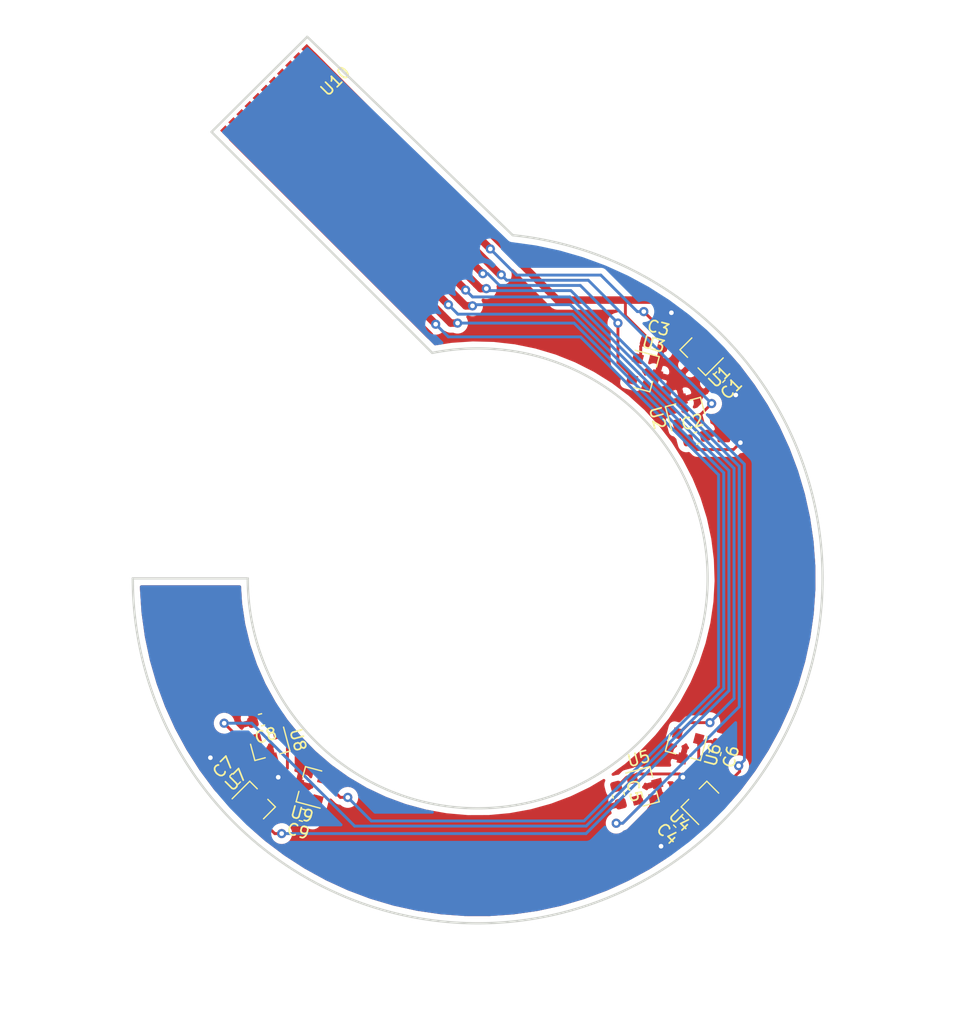
<source format=kicad_pcb>
(kicad_pcb (version 20171130) (host pcbnew "(5.1.10-1-10_14)")

  (general
    (thickness 1.6)
    (drawings 19)
    (tracks 196)
    (zones 0)
    (modules 19)
    (nets 12)
  )

  (page A4)
  (layers
    (0 F.Cu signal)
    (31 B.Cu signal)
    (32 B.Adhes user)
    (33 F.Adhes user)
    (34 B.Paste user)
    (35 F.Paste user)
    (36 B.SilkS user)
    (37 F.SilkS user)
    (38 B.Mask user)
    (39 F.Mask user)
    (40 Dwgs.User user)
    (41 Cmts.User user)
    (42 Eco1.User user)
    (43 Eco2.User user)
    (44 Edge.Cuts user)
    (45 Margin user)
    (46 B.CrtYd user)
    (47 F.CrtYd user)
    (48 B.Fab user)
    (49 F.Fab user)
  )

  (setup
    (last_trace_width 0.25)
    (user_trace_width 0.65)
    (trace_clearance 0.2)
    (zone_clearance 0.508)
    (zone_45_only no)
    (trace_min 0.2)
    (via_size 0.8)
    (via_drill 0.4)
    (via_min_size 0.4)
    (via_min_drill 0.3)
    (uvia_size 0.3)
    (uvia_drill 0.1)
    (uvias_allowed no)
    (uvia_min_size 0.2)
    (uvia_min_drill 0.1)
    (edge_width 0.05)
    (segment_width 0.2)
    (pcb_text_width 0.3)
    (pcb_text_size 1.5 1.5)
    (mod_edge_width 0.12)
    (mod_text_size 1 1)
    (mod_text_width 0.15)
    (pad_size 1.524 1.524)
    (pad_drill 0.762)
    (pad_to_mask_clearance 0)
    (aux_axis_origin 0 0)
    (visible_elements FFFFFF7F)
    (pcbplotparams
      (layerselection 0x010fc_ffffffff)
      (usegerberextensions false)
      (usegerberattributes true)
      (usegerberadvancedattributes true)
      (creategerberjobfile true)
      (excludeedgelayer true)
      (linewidth 0.100000)
      (plotframeref false)
      (viasonmask false)
      (mode 1)
      (useauxorigin false)
      (hpglpennumber 1)
      (hpglpenspeed 20)
      (hpglpendiameter 15.000000)
      (psnegative false)
      (psa4output false)
      (plotreference true)
      (plotvalue true)
      (plotinvisibletext false)
      (padsonsilk false)
      (subtractmaskfromsilk false)
      (outputformat 1)
      (mirror false)
      (drillshape 0)
      (scaleselection 1)
      (outputdirectory "gerbers"))
  )

  (net 0 "")
  (net 1 GND)
  (net 2 VCC)
  (net 3 /HES_O_1)
  (net 4 /HES_O_2)
  (net 5 /HES_O_3)
  (net 6 /HES_O_4)
  (net 7 /HES_O_5)
  (net 8 /HES_O_6)
  (net 9 /HES_O_7)
  (net 10 /HES_O_8)
  (net 11 /HES_O_9)

  (net_class Default "This is the default net class."
    (clearance 0.2)
    (trace_width 0.25)
    (via_dia 0.8)
    (via_drill 0.4)
    (uvia_dia 0.3)
    (uvia_drill 0.1)
    (add_net /HES_O_1)
    (add_net /HES_O_2)
    (add_net /HES_O_3)
    (add_net /HES_O_4)
    (add_net /HES_O_5)
    (add_net /HES_O_6)
    (add_net /HES_O_7)
    (add_net /HES_O_8)
    (add_net /HES_O_9)
    (add_net GND)
    (add_net VCC)
  )

  (module Connector_FFC-FPC:ffc_11_pin_0.5_p (layer F.Cu) (tedit 617E9565) (tstamp 617E7EB5)
    (at 69.649747 31.446573 225)
    (path /618473D9)
    (fp_text reference U10 (at 0.7 -1.44 225) (layer F.SilkS)
      (effects (font (size 1 1) (thickness 0.15)))
    )
    (fp_text value fcc_11pin_0.5p (at 1.5 -2.5 225) (layer F.Fab)
      (effects (font (size 1 1) (thickness 0.15)))
    )
    (fp_poly (pts (xy 11 2.5) (xy 0 2.5) (xy 0 0) (xy 11 0)) (layer F.Mask) (width 0.1))
    (pad 1 smd rect (at 0.5 1.5 225) (size 0.65 2.23) (layers F.Cu F.Paste F.Mask)
      (net 2 VCC))
    (pad 2 smd rect (at 1.5 1.5 225) (size 0.65 2.23) (layers F.Cu F.Paste F.Mask)
      (net 3 /HES_O_1))
    (pad 3 smd rect (at 2.5 1.5 225) (size 0.65 2.23) (layers F.Cu F.Paste F.Mask)
      (net 4 /HES_O_2))
    (pad 4 smd rect (at 3.5 1.5 225) (size 0.65 2.23) (layers F.Cu F.Paste F.Mask)
      (net 5 /HES_O_3))
    (pad 5 smd rect (at 4.5 1.5 225) (size 0.65 2.23) (layers F.Cu F.Paste F.Mask)
      (net 6 /HES_O_4))
    (pad 6 smd rect (at 5.5 1.5 225) (size 0.65 2.23) (layers F.Cu F.Paste F.Mask)
      (net 7 /HES_O_5))
    (pad 7 smd rect (at 6.5 1.5 225) (size 0.65 2.23) (layers F.Cu F.Paste F.Mask)
      (net 8 /HES_O_6))
    (pad 8 smd rect (at 7.5 1.5 225) (size 0.65 2.23) (layers F.Cu F.Paste F.Mask)
      (net 9 /HES_O_7))
    (pad 9 smd rect (at 8.5 1.5 225) (size 0.65 2.23) (layers F.Cu F.Paste F.Mask)
      (net 10 /HES_O_8))
    (pad 10 smd rect (at 9.5 1.5 225) (size 0.65 2.23) (layers F.Cu F.Paste F.Mask)
      (net 11 /HES_O_9))
    (pad 11 smd rect (at 10.5 1.5 225) (size 0.65 2.23) (layers F.Cu F.Paste F.Mask)
      (net 1 GND))
  )

  (module Package_TO_SOT_SMD:SOT-23 (layer F.Cu) (tedit 5A02FF57) (tstamp 617E4784)
    (at 67.9 94.3 165)
    (descr "SOT-23, Standard")
    (tags SOT-23)
    (path /617EE436)
    (attr smd)
    (fp_text reference U9 (at 0 -2.5 165) (layer F.SilkS)
      (effects (font (size 1 1) (thickness 0.15)))
    )
    (fp_text value drv5056 (at 0 2.5 165) (layer F.Fab)
      (effects (font (size 1 1) (thickness 0.15)))
    )
    (fp_text user %R (at 0 0 75) (layer F.Fab)
      (effects (font (size 0.5 0.5) (thickness 0.075)))
    )
    (fp_line (start -0.7 -0.95) (end -0.7 1.5) (layer F.Fab) (width 0.1))
    (fp_line (start -0.15 -1.52) (end 0.7 -1.52) (layer F.Fab) (width 0.1))
    (fp_line (start -0.7 -0.95) (end -0.15 -1.52) (layer F.Fab) (width 0.1))
    (fp_line (start 0.7 -1.52) (end 0.7 1.52) (layer F.Fab) (width 0.1))
    (fp_line (start -0.7 1.52) (end 0.7 1.52) (layer F.Fab) (width 0.1))
    (fp_line (start 0.76 1.58) (end 0.76 0.65) (layer F.SilkS) (width 0.12))
    (fp_line (start 0.76 -1.58) (end 0.76 -0.65) (layer F.SilkS) (width 0.12))
    (fp_line (start -1.7 -1.75) (end 1.7 -1.75) (layer F.CrtYd) (width 0.05))
    (fp_line (start 1.7 -1.75) (end 1.7 1.75) (layer F.CrtYd) (width 0.05))
    (fp_line (start 1.7 1.75) (end -1.7 1.75) (layer F.CrtYd) (width 0.05))
    (fp_line (start -1.7 1.75) (end -1.7 -1.75) (layer F.CrtYd) (width 0.05))
    (fp_line (start 0.76 -1.58) (end -1.4 -1.58) (layer F.SilkS) (width 0.12))
    (fp_line (start 0.76 1.58) (end -0.7 1.58) (layer F.SilkS) (width 0.12))
    (pad 3 smd rect (at 1 0 165) (size 0.9 0.8) (layers F.Cu F.Paste F.Mask)
      (net 1 GND))
    (pad 2 smd rect (at -1 0.95 165) (size 0.9 0.8) (layers F.Cu F.Paste F.Mask)
      (net 11 /HES_O_9))
    (pad 1 smd rect (at -1 -0.95 165) (size 0.9 0.8) (layers F.Cu F.Paste F.Mask)
      (net 2 VCC))
    (model ${KISYS3DMOD}/Package_TO_SOT_SMD.3dshapes/SOT-23.wrl
      (at (xyz 0 0 0))
      (scale (xyz 1 1 1))
      (rotate (xyz 0 0 0))
    )
  )

  (module Package_TO_SOT_SMD:SOT-23 (layer F.Cu) (tedit 5A02FF57) (tstamp 617E90C2)
    (at 64.5 90.9 285)
    (descr "SOT-23, Standard")
    (tags SOT-23)
    (path /617EE42C)
    (attr smd)
    (fp_text reference U8 (at 0 -2.5 105) (layer F.SilkS)
      (effects (font (size 1 1) (thickness 0.15)))
    )
    (fp_text value drv5056 (at 0 2.5 105) (layer F.Fab)
      (effects (font (size 1 1) (thickness 0.15)))
    )
    (fp_text user %R (at 0 0 15) (layer F.Fab)
      (effects (font (size 0.5 0.5) (thickness 0.075)))
    )
    (fp_line (start -0.7 -0.95) (end -0.7 1.5) (layer F.Fab) (width 0.1))
    (fp_line (start -0.15 -1.52) (end 0.7 -1.52) (layer F.Fab) (width 0.1))
    (fp_line (start -0.7 -0.95) (end -0.15 -1.52) (layer F.Fab) (width 0.1))
    (fp_line (start 0.7 -1.52) (end 0.7 1.52) (layer F.Fab) (width 0.1))
    (fp_line (start -0.7 1.52) (end 0.7 1.52) (layer F.Fab) (width 0.1))
    (fp_line (start 0.76 1.58) (end 0.76 0.65) (layer F.SilkS) (width 0.12))
    (fp_line (start 0.76 -1.58) (end 0.76 -0.65) (layer F.SilkS) (width 0.12))
    (fp_line (start -1.7 -1.75) (end 1.7 -1.75) (layer F.CrtYd) (width 0.05))
    (fp_line (start 1.7 -1.75) (end 1.7 1.75) (layer F.CrtYd) (width 0.05))
    (fp_line (start 1.7 1.75) (end -1.7 1.75) (layer F.CrtYd) (width 0.05))
    (fp_line (start -1.7 1.75) (end -1.7 -1.75) (layer F.CrtYd) (width 0.05))
    (fp_line (start 0.76 -1.58) (end -1.4 -1.58) (layer F.SilkS) (width 0.12))
    (fp_line (start 0.76 1.58) (end -0.7 1.58) (layer F.SilkS) (width 0.12))
    (pad 3 smd rect (at 1 0 285) (size 0.9 0.8) (layers F.Cu F.Paste F.Mask)
      (net 1 GND))
    (pad 2 smd rect (at -1 0.95 285) (size 0.9 0.8) (layers F.Cu F.Paste F.Mask)
      (net 10 /HES_O_8))
    (pad 1 smd rect (at -1 -0.95 285) (size 0.9 0.8) (layers F.Cu F.Paste F.Mask)
      (net 2 VCC))
    (model ${KISYS3DMOD}/Package_TO_SOT_SMD.3dshapes/SOT-23.wrl
      (at (xyz 0 0 0))
      (scale (xyz 1 1 1))
      (rotate (xyz 0 0 0))
    )
  )

  (module Package_TO_SOT_SMD:SOT-23 (layer F.Cu) (tedit 5A02FF57) (tstamp 617E475A)
    (at 63.3 95.5 45)
    (descr "SOT-23, Standard")
    (tags SOT-23)
    (path /617EE44A)
    (attr smd)
    (fp_text reference U7 (at 0 -2.5 45) (layer F.SilkS)
      (effects (font (size 1 1) (thickness 0.15)))
    )
    (fp_text value drv5056 (at 0 2.5 45) (layer F.Fab)
      (effects (font (size 1 1) (thickness 0.15)))
    )
    (fp_text user %R (at 0 0 135) (layer F.Fab)
      (effects (font (size 0.5 0.5) (thickness 0.075)))
    )
    (fp_line (start -0.7 -0.95) (end -0.7 1.5) (layer F.Fab) (width 0.1))
    (fp_line (start -0.15 -1.52) (end 0.7 -1.52) (layer F.Fab) (width 0.1))
    (fp_line (start -0.7 -0.95) (end -0.15 -1.52) (layer F.Fab) (width 0.1))
    (fp_line (start 0.7 -1.52) (end 0.7 1.52) (layer F.Fab) (width 0.1))
    (fp_line (start -0.7 1.52) (end 0.7 1.52) (layer F.Fab) (width 0.1))
    (fp_line (start 0.76 1.58) (end 0.76 0.65) (layer F.SilkS) (width 0.12))
    (fp_line (start 0.76 -1.58) (end 0.76 -0.65) (layer F.SilkS) (width 0.12))
    (fp_line (start -1.7 -1.75) (end 1.7 -1.75) (layer F.CrtYd) (width 0.05))
    (fp_line (start 1.7 -1.75) (end 1.7 1.75) (layer F.CrtYd) (width 0.05))
    (fp_line (start 1.7 1.75) (end -1.7 1.75) (layer F.CrtYd) (width 0.05))
    (fp_line (start -1.7 1.75) (end -1.7 -1.75) (layer F.CrtYd) (width 0.05))
    (fp_line (start 0.76 -1.58) (end -1.4 -1.58) (layer F.SilkS) (width 0.12))
    (fp_line (start 0.76 1.58) (end -0.7 1.58) (layer F.SilkS) (width 0.12))
    (pad 3 smd rect (at 1 0 45) (size 0.9 0.8) (layers F.Cu F.Paste F.Mask)
      (net 1 GND))
    (pad 2 smd rect (at -1 0.95 45) (size 0.9 0.8) (layers F.Cu F.Paste F.Mask)
      (net 9 /HES_O_7))
    (pad 1 smd rect (at -1 -0.95 45) (size 0.9 0.8) (layers F.Cu F.Paste F.Mask)
      (net 2 VCC))
    (model ${KISYS3DMOD}/Package_TO_SOT_SMD.3dshapes/SOT-23.wrl
      (at (xyz 0 0 0))
      (scale (xyz 1 1 1))
      (rotate (xyz 0 0 0))
    )
  )

  (module Package_TO_SOT_SMD:SOT-23 (layer F.Cu) (tedit 5A02FF57) (tstamp 617E734B)
    (at 100.6 90.9 255)
    (descr "SOT-23, Standard")
    (tags SOT-23)
    (path /617DF14B)
    (attr smd)
    (fp_text reference U6 (at 0 -2.5 75) (layer F.SilkS)
      (effects (font (size 1 1) (thickness 0.15)))
    )
    (fp_text value drv5056 (at 0 2.5 75) (layer F.Fab)
      (effects (font (size 1 1) (thickness 0.15)))
    )
    (fp_text user %R (at 0 0 165) (layer F.Fab)
      (effects (font (size 0.5 0.5) (thickness 0.075)))
    )
    (fp_line (start -0.7 -0.95) (end -0.7 1.5) (layer F.Fab) (width 0.1))
    (fp_line (start -0.15 -1.52) (end 0.7 -1.52) (layer F.Fab) (width 0.1))
    (fp_line (start -0.7 -0.95) (end -0.15 -1.52) (layer F.Fab) (width 0.1))
    (fp_line (start 0.7 -1.52) (end 0.7 1.52) (layer F.Fab) (width 0.1))
    (fp_line (start -0.7 1.52) (end 0.7 1.52) (layer F.Fab) (width 0.1))
    (fp_line (start 0.76 1.58) (end 0.76 0.65) (layer F.SilkS) (width 0.12))
    (fp_line (start 0.76 -1.58) (end 0.76 -0.65) (layer F.SilkS) (width 0.12))
    (fp_line (start -1.7 -1.75) (end 1.7 -1.75) (layer F.CrtYd) (width 0.05))
    (fp_line (start 1.7 -1.75) (end 1.7 1.75) (layer F.CrtYd) (width 0.05))
    (fp_line (start 1.7 1.75) (end -1.7 1.75) (layer F.CrtYd) (width 0.05))
    (fp_line (start -1.7 1.75) (end -1.7 -1.75) (layer F.CrtYd) (width 0.05))
    (fp_line (start 0.76 -1.58) (end -1.4 -1.58) (layer F.SilkS) (width 0.12))
    (fp_line (start 0.76 1.58) (end -0.7 1.58) (layer F.SilkS) (width 0.12))
    (pad 3 smd rect (at 1 0 255) (size 0.9 0.8) (layers F.Cu F.Paste F.Mask)
      (net 1 GND))
    (pad 2 smd rect (at -1 0.95 255) (size 0.9 0.8) (layers F.Cu F.Paste F.Mask)
      (net 8 /HES_O_6))
    (pad 1 smd rect (at -1 -0.95 255) (size 0.9 0.8) (layers F.Cu F.Paste F.Mask)
      (net 2 VCC))
    (model ${KISYS3DMOD}/Package_TO_SOT_SMD.3dshapes/SOT-23.wrl
      (at (xyz 0 0 0))
      (scale (xyz 1 1 1))
      (rotate (xyz 0 0 0))
    )
  )

  (module Package_TO_SOT_SMD:SOT-23 (layer F.Cu) (tedit 5A02FF57) (tstamp 617E9379)
    (at 97.2 94.3 15)
    (descr "SOT-23, Standard")
    (tags SOT-23)
    (path /617DEA38)
    (attr smd)
    (fp_text reference U5 (at 0 -2.5 15) (layer F.SilkS)
      (effects (font (size 1 1) (thickness 0.15)))
    )
    (fp_text value drv5056 (at 0 2.5 15) (layer F.Fab)
      (effects (font (size 1 1) (thickness 0.15)))
    )
    (fp_text user %R (at 0 0 105) (layer F.Fab)
      (effects (font (size 0.5 0.5) (thickness 0.075)))
    )
    (fp_line (start -0.7 -0.95) (end -0.7 1.5) (layer F.Fab) (width 0.1))
    (fp_line (start -0.15 -1.52) (end 0.7 -1.52) (layer F.Fab) (width 0.1))
    (fp_line (start -0.7 -0.95) (end -0.15 -1.52) (layer F.Fab) (width 0.1))
    (fp_line (start 0.7 -1.52) (end 0.7 1.52) (layer F.Fab) (width 0.1))
    (fp_line (start -0.7 1.52) (end 0.7 1.52) (layer F.Fab) (width 0.1))
    (fp_line (start 0.76 1.58) (end 0.76 0.65) (layer F.SilkS) (width 0.12))
    (fp_line (start 0.76 -1.58) (end 0.76 -0.65) (layer F.SilkS) (width 0.12))
    (fp_line (start -1.7 -1.75) (end 1.7 -1.75) (layer F.CrtYd) (width 0.05))
    (fp_line (start 1.7 -1.75) (end 1.7 1.75) (layer F.CrtYd) (width 0.05))
    (fp_line (start 1.7 1.75) (end -1.7 1.75) (layer F.CrtYd) (width 0.05))
    (fp_line (start -1.7 1.75) (end -1.7 -1.75) (layer F.CrtYd) (width 0.05))
    (fp_line (start 0.76 -1.58) (end -1.4 -1.58) (layer F.SilkS) (width 0.12))
    (fp_line (start 0.76 1.58) (end -0.7 1.58) (layer F.SilkS) (width 0.12))
    (pad 3 smd rect (at 1 0 15) (size 0.9 0.8) (layers F.Cu F.Paste F.Mask)
      (net 1 GND))
    (pad 2 smd rect (at -1 0.95 15) (size 0.9 0.8) (layers F.Cu F.Paste F.Mask)
      (net 7 /HES_O_5))
    (pad 1 smd rect (at -1 -0.95 15) (size 0.9 0.8) (layers F.Cu F.Paste F.Mask)
      (net 2 VCC))
    (model ${KISYS3DMOD}/Package_TO_SOT_SMD.3dshapes/SOT-23.wrl
      (at (xyz 0 0 0))
      (scale (xyz 1 1 1))
      (rotate (xyz 0 0 0))
    )
  )

  (module Package_TO_SOT_SMD:SOT-23 (layer F.Cu) (tedit 5A02FF57) (tstamp 617E6D80)
    (at 101.9 95.5 135)
    (descr "SOT-23, Standard")
    (tags SOT-23)
    (path /617DE4F5)
    (attr smd)
    (fp_text reference U4 (at 0 -2.5 135) (layer F.SilkS)
      (effects (font (size 1 1) (thickness 0.15)))
    )
    (fp_text value drv5056 (at 0 2.5 135) (layer F.Fab)
      (effects (font (size 1 1) (thickness 0.15)))
    )
    (fp_text user %R (at 0 0 45) (layer F.Fab)
      (effects (font (size 0.5 0.5) (thickness 0.075)))
    )
    (fp_line (start -0.7 -0.95) (end -0.7 1.5) (layer F.Fab) (width 0.1))
    (fp_line (start -0.15 -1.52) (end 0.7 -1.52) (layer F.Fab) (width 0.1))
    (fp_line (start -0.7 -0.95) (end -0.15 -1.52) (layer F.Fab) (width 0.1))
    (fp_line (start 0.7 -1.52) (end 0.7 1.52) (layer F.Fab) (width 0.1))
    (fp_line (start -0.7 1.52) (end 0.7 1.52) (layer F.Fab) (width 0.1))
    (fp_line (start 0.76 1.58) (end 0.76 0.65) (layer F.SilkS) (width 0.12))
    (fp_line (start 0.76 -1.58) (end 0.76 -0.65) (layer F.SilkS) (width 0.12))
    (fp_line (start -1.7 -1.75) (end 1.7 -1.75) (layer F.CrtYd) (width 0.05))
    (fp_line (start 1.7 -1.75) (end 1.7 1.75) (layer F.CrtYd) (width 0.05))
    (fp_line (start 1.7 1.75) (end -1.7 1.75) (layer F.CrtYd) (width 0.05))
    (fp_line (start -1.7 1.75) (end -1.7 -1.75) (layer F.CrtYd) (width 0.05))
    (fp_line (start 0.76 -1.58) (end -1.4 -1.58) (layer F.SilkS) (width 0.12))
    (fp_line (start 0.76 1.58) (end -0.7 1.58) (layer F.SilkS) (width 0.12))
    (pad 3 smd rect (at 1 0 135) (size 0.9 0.8) (layers F.Cu F.Paste F.Mask)
      (net 1 GND))
    (pad 2 smd rect (at -1 0.95 135) (size 0.9 0.8) (layers F.Cu F.Paste F.Mask)
      (net 6 /HES_O_4))
    (pad 1 smd rect (at -1 -0.95 135) (size 0.9 0.8) (layers F.Cu F.Paste F.Mask)
      (net 2 VCC))
    (model ${KISYS3DMOD}/Package_TO_SOT_SMD.3dshapes/SOT-23.wrl
      (at (xyz 0 0 0))
      (scale (xyz 1 1 1))
      (rotate (xyz 0 0 0))
    )
  )

  (module Package_TO_SOT_SMD:SOT-23 (layer F.Cu) (tedit 5A02FF57) (tstamp 617E679C)
    (at 97.2 58.25 345)
    (descr "SOT-23, Standard")
    (tags SOT-23)
    (path /617E9D5B)
    (attr smd)
    (fp_text reference U3 (at 0 -2.5 165) (layer F.SilkS)
      (effects (font (size 1 1) (thickness 0.15)))
    )
    (fp_text value drv5056 (at 0 2.5 165) (layer F.Fab)
      (effects (font (size 1 1) (thickness 0.15)))
    )
    (fp_text user %R (at 0 0 75) (layer F.Fab)
      (effects (font (size 0.5 0.5) (thickness 0.075)))
    )
    (fp_line (start -0.7 -0.95) (end -0.7 1.5) (layer F.Fab) (width 0.1))
    (fp_line (start -0.15 -1.52) (end 0.7 -1.52) (layer F.Fab) (width 0.1))
    (fp_line (start -0.7 -0.95) (end -0.15 -1.52) (layer F.Fab) (width 0.1))
    (fp_line (start 0.7 -1.52) (end 0.7 1.52) (layer F.Fab) (width 0.1))
    (fp_line (start -0.7 1.52) (end 0.7 1.52) (layer F.Fab) (width 0.1))
    (fp_line (start 0.76 1.58) (end 0.76 0.65) (layer F.SilkS) (width 0.12))
    (fp_line (start 0.76 -1.58) (end 0.76 -0.65) (layer F.SilkS) (width 0.12))
    (fp_line (start -1.7 -1.75) (end 1.7 -1.75) (layer F.CrtYd) (width 0.05))
    (fp_line (start 1.7 -1.75) (end 1.7 1.75) (layer F.CrtYd) (width 0.05))
    (fp_line (start 1.7 1.75) (end -1.7 1.75) (layer F.CrtYd) (width 0.05))
    (fp_line (start -1.7 1.75) (end -1.7 -1.75) (layer F.CrtYd) (width 0.05))
    (fp_line (start 0.76 -1.58) (end -1.4 -1.58) (layer F.SilkS) (width 0.12))
    (fp_line (start 0.76 1.58) (end -0.7 1.58) (layer F.SilkS) (width 0.12))
    (pad 3 smd rect (at 1 0 345) (size 0.9 0.8) (layers F.Cu F.Paste F.Mask)
      (net 1 GND))
    (pad 2 smd rect (at -1 0.95 345) (size 0.9 0.8) (layers F.Cu F.Paste F.Mask)
      (net 5 /HES_O_3))
    (pad 1 smd rect (at -1 -0.95 345) (size 0.9 0.8) (layers F.Cu F.Paste F.Mask)
      (net 2 VCC))
    (model ${KISYS3DMOD}/Package_TO_SOT_SMD.3dshapes/SOT-23.wrl
      (at (xyz 0 0 0))
      (scale (xyz 1 1 1))
      (rotate (xyz 0 0 0))
    )
  )

  (module Package_TO_SOT_SMD:SOT-23 (layer F.Cu) (tedit 5A02FF57) (tstamp 617E49DE)
    (at 100.6 61.6 105)
    (descr "SOT-23, Standard")
    (tags SOT-23)
    (path /617E9D51)
    (attr smd)
    (fp_text reference U2 (at 0 -2.5 105) (layer F.SilkS)
      (effects (font (size 1 1) (thickness 0.15)))
    )
    (fp_text value drv5056 (at 0 2.5 105) (layer F.Fab)
      (effects (font (size 1 1) (thickness 0.15)))
    )
    (fp_text user %R (at 0 0 15) (layer F.Fab)
      (effects (font (size 0.5 0.5) (thickness 0.075)))
    )
    (fp_line (start -0.7 -0.95) (end -0.7 1.5) (layer F.Fab) (width 0.1))
    (fp_line (start -0.15 -1.52) (end 0.7 -1.52) (layer F.Fab) (width 0.1))
    (fp_line (start -0.7 -0.95) (end -0.15 -1.52) (layer F.Fab) (width 0.1))
    (fp_line (start 0.7 -1.52) (end 0.7 1.52) (layer F.Fab) (width 0.1))
    (fp_line (start -0.7 1.52) (end 0.7 1.52) (layer F.Fab) (width 0.1))
    (fp_line (start 0.76 1.58) (end 0.76 0.65) (layer F.SilkS) (width 0.12))
    (fp_line (start 0.76 -1.58) (end 0.76 -0.65) (layer F.SilkS) (width 0.12))
    (fp_line (start -1.7 -1.75) (end 1.7 -1.75) (layer F.CrtYd) (width 0.05))
    (fp_line (start 1.7 -1.75) (end 1.7 1.75) (layer F.CrtYd) (width 0.05))
    (fp_line (start 1.7 1.75) (end -1.7 1.75) (layer F.CrtYd) (width 0.05))
    (fp_line (start -1.7 1.75) (end -1.7 -1.75) (layer F.CrtYd) (width 0.05))
    (fp_line (start 0.76 -1.58) (end -1.4 -1.58) (layer F.SilkS) (width 0.12))
    (fp_line (start 0.76 1.58) (end -0.7 1.58) (layer F.SilkS) (width 0.12))
    (pad 3 smd rect (at 1 0 105) (size 0.9 0.8) (layers F.Cu F.Paste F.Mask)
      (net 1 GND))
    (pad 2 smd rect (at -1 0.95 105) (size 0.9 0.8) (layers F.Cu F.Paste F.Mask)
      (net 4 /HES_O_2))
    (pad 1 smd rect (at -1 -0.95 105) (size 0.9 0.8) (layers F.Cu F.Paste F.Mask)
      (net 2 VCC))
    (model ${KISYS3DMOD}/Package_TO_SOT_SMD.3dshapes/SOT-23.wrl
      (at (xyz 0 0 0))
      (scale (xyz 1 1 1))
      (rotate (xyz 0 0 0))
    )
  )

  (module Package_TO_SOT_SMD:SOT-23 (layer F.Cu) (tedit 5A02FF57) (tstamp 617E4950)
    (at 101.8 56.9 225)
    (descr "SOT-23, Standard")
    (tags SOT-23)
    (path /617E9D47)
    (attr smd)
    (fp_text reference U1 (at 0 -2.5 45) (layer F.SilkS)
      (effects (font (size 1 1) (thickness 0.15)))
    )
    (fp_text value drv5056 (at 0 2.5 45) (layer F.Fab)
      (effects (font (size 1 1) (thickness 0.15)))
    )
    (fp_text user %R (at 0 0 225) (layer F.Fab)
      (effects (font (size 0.5 0.5) (thickness 0.075)))
    )
    (fp_line (start -0.7 -0.95) (end -0.7 1.5) (layer F.Fab) (width 0.1))
    (fp_line (start -0.15 -1.52) (end 0.7 -1.52) (layer F.Fab) (width 0.1))
    (fp_line (start -0.7 -0.95) (end -0.15 -1.52) (layer F.Fab) (width 0.1))
    (fp_line (start 0.7 -1.52) (end 0.7 1.52) (layer F.Fab) (width 0.1))
    (fp_line (start -0.7 1.52) (end 0.7 1.52) (layer F.Fab) (width 0.1))
    (fp_line (start 0.76 1.58) (end 0.76 0.65) (layer F.SilkS) (width 0.12))
    (fp_line (start 0.76 -1.58) (end 0.76 -0.65) (layer F.SilkS) (width 0.12))
    (fp_line (start -1.7 -1.75) (end 1.7 -1.75) (layer F.CrtYd) (width 0.05))
    (fp_line (start 1.7 -1.75) (end 1.7 1.75) (layer F.CrtYd) (width 0.05))
    (fp_line (start 1.7 1.75) (end -1.7 1.75) (layer F.CrtYd) (width 0.05))
    (fp_line (start -1.7 1.75) (end -1.7 -1.75) (layer F.CrtYd) (width 0.05))
    (fp_line (start 0.76 -1.58) (end -1.4 -1.58) (layer F.SilkS) (width 0.12))
    (fp_line (start 0.76 1.58) (end -0.7 1.58) (layer F.SilkS) (width 0.12))
    (pad 3 smd rect (at 1 0 225) (size 0.9 0.8) (layers F.Cu F.Paste F.Mask)
      (net 1 GND))
    (pad 2 smd rect (at -1 0.95 225) (size 0.9 0.8) (layers F.Cu F.Paste F.Mask)
      (net 3 /HES_O_1))
    (pad 1 smd rect (at -1 -0.95 225) (size 0.9 0.8) (layers F.Cu F.Paste F.Mask)
      (net 2 VCC))
    (model ${KISYS3DMOD}/Package_TO_SOT_SMD.3dshapes/SOT-23.wrl
      (at (xyz 0 0 0))
      (scale (xyz 1 1 1))
      (rotate (xyz 0 0 0))
    )
  )

  (module Capacitor_SMD:C_0603_1608Metric (layer F.Cu) (tedit 5F68FEEE) (tstamp 617E4326)
    (at 67.3 96.8 165)
    (descr "Capacitor SMD 0603 (1608 Metric), square (rectangular) end terminal, IPC_7351 nominal, (Body size source: IPC-SM-782 page 76, https://www.pcb-3d.com/wordpress/wp-content/uploads/ipc-sm-782a_amendment_1_and_2.pdf), generated with kicad-footprint-generator")
    (tags capacitor)
    (path /6180D73B)
    (attr smd)
    (fp_text reference C9 (at 0 -1.43 165) (layer F.SilkS)
      (effects (font (size 1 1) (thickness 0.15)))
    )
    (fp_text value 100nF (at 0 1.43 165) (layer F.Fab)
      (effects (font (size 1 1) (thickness 0.15)))
    )
    (fp_text user %R (at 0 0 165) (layer F.Fab)
      (effects (font (size 0.4 0.4) (thickness 0.06)))
    )
    (fp_line (start -0.8 0.4) (end -0.8 -0.4) (layer F.Fab) (width 0.1))
    (fp_line (start -0.8 -0.4) (end 0.8 -0.4) (layer F.Fab) (width 0.1))
    (fp_line (start 0.8 -0.4) (end 0.8 0.4) (layer F.Fab) (width 0.1))
    (fp_line (start 0.8 0.4) (end -0.8 0.4) (layer F.Fab) (width 0.1))
    (fp_line (start -0.14058 -0.51) (end 0.14058 -0.51) (layer F.SilkS) (width 0.12))
    (fp_line (start -0.14058 0.51) (end 0.14058 0.51) (layer F.SilkS) (width 0.12))
    (fp_line (start -1.48 0.73) (end -1.48 -0.73) (layer F.CrtYd) (width 0.05))
    (fp_line (start -1.48 -0.73) (end 1.48 -0.73) (layer F.CrtYd) (width 0.05))
    (fp_line (start 1.48 -0.73) (end 1.48 0.73) (layer F.CrtYd) (width 0.05))
    (fp_line (start 1.48 0.73) (end -1.48 0.73) (layer F.CrtYd) (width 0.05))
    (pad 2 smd roundrect (at 0.775 0 165) (size 0.9 0.95) (layers F.Cu F.Paste F.Mask) (roundrect_rratio 0.25)
      (net 1 GND))
    (pad 1 smd roundrect (at -0.775 0 165) (size 0.9 0.95) (layers F.Cu F.Paste F.Mask) (roundrect_rratio 0.25)
      (net 2 VCC))
    (model ${KISYS3DMOD}/Capacitor_SMD.3dshapes/C_0603_1608Metric.wrl
      (at (xyz 0 0 0))
      (scale (xyz 1 1 1))
      (rotate (xyz 0 0 0))
    )
  )

  (module Capacitor_SMD:C_0603_1608Metric (layer F.Cu) (tedit 5F68FEEE) (tstamp 617E4315)
    (at 63.751407 88.500585 195)
    (descr "Capacitor SMD 0603 (1608 Metric), square (rectangular) end terminal, IPC_7351 nominal, (Body size source: IPC-SM-782 page 76, https://www.pcb-3d.com/wordpress/wp-content/uploads/ipc-sm-782a_amendment_1_and_2.pdf), generated with kicad-footprint-generator")
    (tags capacitor)
    (path /617FCA03)
    (attr smd)
    (fp_text reference C8 (at 0 -1.43 15) (layer F.SilkS)
      (effects (font (size 1 1) (thickness 0.15)))
    )
    (fp_text value 100nF (at 0 1.43 15) (layer F.Fab)
      (effects (font (size 1 1) (thickness 0.15)))
    )
    (fp_text user %R (at 0 0 15) (layer F.Fab)
      (effects (font (size 0.4 0.4) (thickness 0.06)))
    )
    (fp_line (start -0.8 0.4) (end -0.8 -0.4) (layer F.Fab) (width 0.1))
    (fp_line (start -0.8 -0.4) (end 0.8 -0.4) (layer F.Fab) (width 0.1))
    (fp_line (start 0.8 -0.4) (end 0.8 0.4) (layer F.Fab) (width 0.1))
    (fp_line (start 0.8 0.4) (end -0.8 0.4) (layer F.Fab) (width 0.1))
    (fp_line (start -0.14058 -0.51) (end 0.14058 -0.51) (layer F.SilkS) (width 0.12))
    (fp_line (start -0.14058 0.51) (end 0.14058 0.51) (layer F.SilkS) (width 0.12))
    (fp_line (start -1.48 0.73) (end -1.48 -0.73) (layer F.CrtYd) (width 0.05))
    (fp_line (start -1.48 -0.73) (end 1.48 -0.73) (layer F.CrtYd) (width 0.05))
    (fp_line (start 1.48 -0.73) (end 1.48 0.73) (layer F.CrtYd) (width 0.05))
    (fp_line (start 1.48 0.73) (end -1.48 0.73) (layer F.CrtYd) (width 0.05))
    (pad 2 smd roundrect (at 0.775 0 195) (size 0.9 0.95) (layers F.Cu F.Paste F.Mask) (roundrect_rratio 0.25)
      (net 1 GND))
    (pad 1 smd roundrect (at -0.775 0 195) (size 0.9 0.95) (layers F.Cu F.Paste F.Mask) (roundrect_rratio 0.25)
      (net 2 VCC))
    (model ${KISYS3DMOD}/Capacitor_SMD.3dshapes/C_0603_1608Metric.wrl
      (at (xyz 0 0 0))
      (scale (xyz 1 1 1))
      (rotate (xyz 0 0 0))
    )
  )

  (module Capacitor_SMD:C_0603_1608Metric (layer F.Cu) (tedit 5F68FEEE) (tstamp 617E4304)
    (at 61.451992 93.648008 45)
    (descr "Capacitor SMD 0603 (1608 Metric), square (rectangular) end terminal, IPC_7351 nominal, (Body size source: IPC-SM-782 page 76, https://www.pcb-3d.com/wordpress/wp-content/uploads/ipc-sm-782a_amendment_1_and_2.pdf), generated with kicad-footprint-generator")
    (tags capacitor)
    (path /617FCA17)
    (attr smd)
    (fp_text reference C7 (at 0 -1.43 45) (layer F.SilkS)
      (effects (font (size 1 1) (thickness 0.15)))
    )
    (fp_text value 100nF (at 0 1.43 45) (layer F.Fab)
      (effects (font (size 1 1) (thickness 0.15)))
    )
    (fp_text user %R (at 0 0 45) (layer F.Fab)
      (effects (font (size 0.4 0.4) (thickness 0.06)))
    )
    (fp_line (start -0.8 0.4) (end -0.8 -0.4) (layer F.Fab) (width 0.1))
    (fp_line (start -0.8 -0.4) (end 0.8 -0.4) (layer F.Fab) (width 0.1))
    (fp_line (start 0.8 -0.4) (end 0.8 0.4) (layer F.Fab) (width 0.1))
    (fp_line (start 0.8 0.4) (end -0.8 0.4) (layer F.Fab) (width 0.1))
    (fp_line (start -0.14058 -0.51) (end 0.14058 -0.51) (layer F.SilkS) (width 0.12))
    (fp_line (start -0.14058 0.51) (end 0.14058 0.51) (layer F.SilkS) (width 0.12))
    (fp_line (start -1.48 0.73) (end -1.48 -0.73) (layer F.CrtYd) (width 0.05))
    (fp_line (start -1.48 -0.73) (end 1.48 -0.73) (layer F.CrtYd) (width 0.05))
    (fp_line (start 1.48 -0.73) (end 1.48 0.73) (layer F.CrtYd) (width 0.05))
    (fp_line (start 1.48 0.73) (end -1.48 0.73) (layer F.CrtYd) (width 0.05))
    (pad 2 smd roundrect (at 0.775 0 45) (size 0.9 0.95) (layers F.Cu F.Paste F.Mask) (roundrect_rratio 0.25)
      (net 1 GND))
    (pad 1 smd roundrect (at -0.775 0 45) (size 0.9 0.95) (layers F.Cu F.Paste F.Mask) (roundrect_rratio 0.25)
      (net 2 VCC))
    (model ${KISYS3DMOD}/Capacitor_SMD.3dshapes/C_0603_1608Metric.wrl
      (at (xyz 0 0 0))
      (scale (xyz 1 1 1))
      (rotate (xyz 0 0 0))
    )
  )

  (module Capacitor_SMD:C_0603_1608Metric (layer F.Cu) (tedit 5F68FEEE) (tstamp 617E42F3)
    (at 103.199415 91.348593 255)
    (descr "Capacitor SMD 0603 (1608 Metric), square (rectangular) end terminal, IPC_7351 nominal, (Body size source: IPC-SM-782 page 76, https://www.pcb-3d.com/wordpress/wp-content/uploads/ipc-sm-782a_amendment_1_and_2.pdf), generated with kicad-footprint-generator")
    (tags capacitor)
    (path /617FCA21)
    (attr smd)
    (fp_text reference C6 (at 0 -1.43 75) (layer F.SilkS)
      (effects (font (size 1 1) (thickness 0.15)))
    )
    (fp_text value 100nF (at 0 1.43 75) (layer F.Fab)
      (effects (font (size 1 1) (thickness 0.15)))
    )
    (fp_text user %R (at 0 0 75) (layer F.Fab)
      (effects (font (size 0.4 0.4) (thickness 0.06)))
    )
    (fp_line (start -0.8 0.4) (end -0.8 -0.4) (layer F.Fab) (width 0.1))
    (fp_line (start -0.8 -0.4) (end 0.8 -0.4) (layer F.Fab) (width 0.1))
    (fp_line (start 0.8 -0.4) (end 0.8 0.4) (layer F.Fab) (width 0.1))
    (fp_line (start 0.8 0.4) (end -0.8 0.4) (layer F.Fab) (width 0.1))
    (fp_line (start -0.14058 -0.51) (end 0.14058 -0.51) (layer F.SilkS) (width 0.12))
    (fp_line (start -0.14058 0.51) (end 0.14058 0.51) (layer F.SilkS) (width 0.12))
    (fp_line (start -1.48 0.73) (end -1.48 -0.73) (layer F.CrtYd) (width 0.05))
    (fp_line (start -1.48 -0.73) (end 1.48 -0.73) (layer F.CrtYd) (width 0.05))
    (fp_line (start 1.48 -0.73) (end 1.48 0.73) (layer F.CrtYd) (width 0.05))
    (fp_line (start 1.48 0.73) (end -1.48 0.73) (layer F.CrtYd) (width 0.05))
    (pad 2 smd roundrect (at 0.775 0 255) (size 0.9 0.95) (layers F.Cu F.Paste F.Mask) (roundrect_rratio 0.25)
      (net 1 GND))
    (pad 1 smd roundrect (at -0.775 0 255) (size 0.9 0.95) (layers F.Cu F.Paste F.Mask) (roundrect_rratio 0.25)
      (net 2 VCC))
    (model ${KISYS3DMOD}/Capacitor_SMD.3dshapes/C_0603_1608Metric.wrl
      (at (xyz 0 0 0))
      (scale (xyz 1 1 1))
      (rotate (xyz 0 0 0))
    )
  )

  (module Capacitor_SMD:C_0603_1608Metric (layer F.Cu) (tedit 5F68FEEE) (tstamp 617E42E2)
    (at 94.799415 95.051407 285)
    (descr "Capacitor SMD 0603 (1608 Metric), square (rectangular) end terminal, IPC_7351 nominal, (Body size source: IPC-SM-782 page 76, https://www.pcb-3d.com/wordpress/wp-content/uploads/ipc-sm-782a_amendment_1_and_2.pdf), generated with kicad-footprint-generator")
    (tags capacitor)
    (path /617FB91C)
    (attr smd)
    (fp_text reference C5 (at 0 -1.43 105) (layer F.SilkS)
      (effects (font (size 1 1) (thickness 0.15)))
    )
    (fp_text value 100nF (at 0 1.43 105) (layer F.Fab)
      (effects (font (size 1 1) (thickness 0.15)))
    )
    (fp_text user %R (at 0 0 105) (layer F.Fab)
      (effects (font (size 0.4 0.4) (thickness 0.06)))
    )
    (fp_line (start -0.8 0.4) (end -0.8 -0.4) (layer F.Fab) (width 0.1))
    (fp_line (start -0.8 -0.4) (end 0.8 -0.4) (layer F.Fab) (width 0.1))
    (fp_line (start 0.8 -0.4) (end 0.8 0.4) (layer F.Fab) (width 0.1))
    (fp_line (start 0.8 0.4) (end -0.8 0.4) (layer F.Fab) (width 0.1))
    (fp_line (start -0.14058 -0.51) (end 0.14058 -0.51) (layer F.SilkS) (width 0.12))
    (fp_line (start -0.14058 0.51) (end 0.14058 0.51) (layer F.SilkS) (width 0.12))
    (fp_line (start -1.48 0.73) (end -1.48 -0.73) (layer F.CrtYd) (width 0.05))
    (fp_line (start -1.48 -0.73) (end 1.48 -0.73) (layer F.CrtYd) (width 0.05))
    (fp_line (start 1.48 -0.73) (end 1.48 0.73) (layer F.CrtYd) (width 0.05))
    (fp_line (start 1.48 0.73) (end -1.48 0.73) (layer F.CrtYd) (width 0.05))
    (pad 2 smd roundrect (at 0.775 0 285) (size 0.9 0.95) (layers F.Cu F.Paste F.Mask) (roundrect_rratio 0.25)
      (net 1 GND))
    (pad 1 smd roundrect (at -0.775 0 285) (size 0.9 0.95) (layers F.Cu F.Paste F.Mask) (roundrect_rratio 0.25)
      (net 2 VCC))
    (model ${KISYS3DMOD}/Capacitor_SMD.3dshapes/C_0603_1608Metric.wrl
      (at (xyz 0 0 0))
      (scale (xyz 1 1 1))
      (rotate (xyz 0 0 0))
    )
  )

  (module Capacitor_SMD:C_0603_1608Metric (layer F.Cu) (tedit 5F68FEEE) (tstamp 617E42D1)
    (at 100.051992 97.4 135)
    (descr "Capacitor SMD 0603 (1608 Metric), square (rectangular) end terminal, IPC_7351 nominal, (Body size source: IPC-SM-782 page 76, https://www.pcb-3d.com/wordpress/wp-content/uploads/ipc-sm-782a_amendment_1_and_2.pdf), generated with kicad-footprint-generator")
    (tags capacitor)
    (path /617F9C24)
    (attr smd)
    (fp_text reference C4 (at 0 -1.43 135) (layer F.SilkS)
      (effects (font (size 1 1) (thickness 0.15)))
    )
    (fp_text value 100nF (at 0 1.43 135) (layer F.Fab)
      (effects (font (size 1 1) (thickness 0.15)))
    )
    (fp_text user %R (at 0 0 135) (layer F.Fab)
      (effects (font (size 0.4 0.4) (thickness 0.06)))
    )
    (fp_line (start -0.8 0.4) (end -0.8 -0.4) (layer F.Fab) (width 0.1))
    (fp_line (start -0.8 -0.4) (end 0.8 -0.4) (layer F.Fab) (width 0.1))
    (fp_line (start 0.8 -0.4) (end 0.8 0.4) (layer F.Fab) (width 0.1))
    (fp_line (start 0.8 0.4) (end -0.8 0.4) (layer F.Fab) (width 0.1))
    (fp_line (start -0.14058 -0.51) (end 0.14058 -0.51) (layer F.SilkS) (width 0.12))
    (fp_line (start -0.14058 0.51) (end 0.14058 0.51) (layer F.SilkS) (width 0.12))
    (fp_line (start -1.48 0.73) (end -1.48 -0.73) (layer F.CrtYd) (width 0.05))
    (fp_line (start -1.48 -0.73) (end 1.48 -0.73) (layer F.CrtYd) (width 0.05))
    (fp_line (start 1.48 -0.73) (end 1.48 0.73) (layer F.CrtYd) (width 0.05))
    (fp_line (start 1.48 0.73) (end -1.48 0.73) (layer F.CrtYd) (width 0.05))
    (pad 2 smd roundrect (at 0.775 0 135) (size 0.9 0.95) (layers F.Cu F.Paste F.Mask) (roundrect_rratio 0.25)
      (net 1 GND))
    (pad 1 smd roundrect (at -0.775 0 135) (size 0.9 0.95) (layers F.Cu F.Paste F.Mask) (roundrect_rratio 0.25)
      (net 2 VCC))
    (model ${KISYS3DMOD}/Capacitor_SMD.3dshapes/C_0603_1608Metric.wrl
      (at (xyz 0 0 0))
      (scale (xyz 1 1 1))
      (rotate (xyz 0 0 0))
    )
  )

  (module Capacitor_SMD:C_0603_1608Metric (layer F.Cu) (tedit 5F68FEEE) (tstamp 617E42C0)
    (at 97.898593 55.800585 345)
    (descr "Capacitor SMD 0603 (1608 Metric), square (rectangular) end terminal, IPC_7351 nominal, (Body size source: IPC-SM-782 page 76, https://www.pcb-3d.com/wordpress/wp-content/uploads/ipc-sm-782a_amendment_1_and_2.pdf), generated with kicad-footprint-generator")
    (tags capacitor)
    (path /617FCA0D)
    (attr smd)
    (fp_text reference C3 (at 0 -1.43 165) (layer F.SilkS)
      (effects (font (size 1 1) (thickness 0.15)))
    )
    (fp_text value 100nF (at 0 1.43 165) (layer F.Fab)
      (effects (font (size 1 1) (thickness 0.15)))
    )
    (fp_text user %R (at 0 0 165) (layer F.Fab)
      (effects (font (size 0.4 0.4) (thickness 0.06)))
    )
    (fp_line (start -0.8 0.4) (end -0.8 -0.4) (layer F.Fab) (width 0.1))
    (fp_line (start -0.8 -0.4) (end 0.8 -0.4) (layer F.Fab) (width 0.1))
    (fp_line (start 0.8 -0.4) (end 0.8 0.4) (layer F.Fab) (width 0.1))
    (fp_line (start 0.8 0.4) (end -0.8 0.4) (layer F.Fab) (width 0.1))
    (fp_line (start -0.14058 -0.51) (end 0.14058 -0.51) (layer F.SilkS) (width 0.12))
    (fp_line (start -0.14058 0.51) (end 0.14058 0.51) (layer F.SilkS) (width 0.12))
    (fp_line (start -1.48 0.73) (end -1.48 -0.73) (layer F.CrtYd) (width 0.05))
    (fp_line (start -1.48 -0.73) (end 1.48 -0.73) (layer F.CrtYd) (width 0.05))
    (fp_line (start 1.48 -0.73) (end 1.48 0.73) (layer F.CrtYd) (width 0.05))
    (fp_line (start 1.48 0.73) (end -1.48 0.73) (layer F.CrtYd) (width 0.05))
    (pad 2 smd roundrect (at 0.775 0 345) (size 0.9 0.95) (layers F.Cu F.Paste F.Mask) (roundrect_rratio 0.25)
      (net 1 GND))
    (pad 1 smd roundrect (at -0.775 0 345) (size 0.9 0.95) (layers F.Cu F.Paste F.Mask) (roundrect_rratio 0.25)
      (net 2 VCC))
    (model ${KISYS3DMOD}/Capacitor_SMD.3dshapes/C_0603_1608Metric.wrl
      (at (xyz 0 0 0))
      (scale (xyz 1 1 1))
      (rotate (xyz 0 0 0))
    )
  )

  (module Capacitor_SMD:C_0603_1608Metric (layer F.Cu) (tedit 5F68FEEE) (tstamp 617E6AFF)
    (at 101.6 64 15)
    (descr "Capacitor SMD 0603 (1608 Metric), square (rectangular) end terminal, IPC_7351 nominal, (Body size source: IPC-SM-782 page 76, https://www.pcb-3d.com/wordpress/wp-content/uploads/ipc-sm-782a_amendment_1_and_2.pdf), generated with kicad-footprint-generator")
    (tags capacitor)
    (path /617FB912)
    (attr smd)
    (fp_text reference C2 (at 0 -1.43 15) (layer F.SilkS)
      (effects (font (size 1 1) (thickness 0.15)))
    )
    (fp_text value 100nF (at 0 1.43 15) (layer F.Fab)
      (effects (font (size 1 1) (thickness 0.15)))
    )
    (fp_text user %R (at 0 0 15) (layer F.Fab)
      (effects (font (size 0.4 0.4) (thickness 0.06)))
    )
    (fp_line (start -0.8 0.4) (end -0.8 -0.4) (layer F.Fab) (width 0.1))
    (fp_line (start -0.8 -0.4) (end 0.8 -0.4) (layer F.Fab) (width 0.1))
    (fp_line (start 0.8 -0.4) (end 0.8 0.4) (layer F.Fab) (width 0.1))
    (fp_line (start 0.8 0.4) (end -0.8 0.4) (layer F.Fab) (width 0.1))
    (fp_line (start -0.14058 -0.51) (end 0.14058 -0.51) (layer F.SilkS) (width 0.12))
    (fp_line (start -0.14058 0.51) (end 0.14058 0.51) (layer F.SilkS) (width 0.12))
    (fp_line (start -1.48 0.73) (end -1.48 -0.73) (layer F.CrtYd) (width 0.05))
    (fp_line (start -1.48 -0.73) (end 1.48 -0.73) (layer F.CrtYd) (width 0.05))
    (fp_line (start 1.48 -0.73) (end 1.48 0.73) (layer F.CrtYd) (width 0.05))
    (fp_line (start 1.48 0.73) (end -1.48 0.73) (layer F.CrtYd) (width 0.05))
    (pad 2 smd roundrect (at 0.775 0 15) (size 0.9 0.95) (layers F.Cu F.Paste F.Mask) (roundrect_rratio 0.25)
      (net 1 GND))
    (pad 1 smd roundrect (at -0.775 0 15) (size 0.9 0.95) (layers F.Cu F.Paste F.Mask) (roundrect_rratio 0.25)
      (net 2 VCC))
    (model ${KISYS3DMOD}/Capacitor_SMD.3dshapes/C_0603_1608Metric.wrl
      (at (xyz 0 0 0))
      (scale (xyz 1 1 1))
      (rotate (xyz 0 0 0))
    )
  )

  (module Capacitor_SMD:C_0603_1608Metric (layer F.Cu) (tedit 5F68FEEE) (tstamp 617E429E)
    (at 103.601992 58.698008 225)
    (descr "Capacitor SMD 0603 (1608 Metric), square (rectangular) end terminal, IPC_7351 nominal, (Body size source: IPC-SM-782 page 76, https://www.pcb-3d.com/wordpress/wp-content/uploads/ipc-sm-782a_amendment_1_and_2.pdf), generated with kicad-footprint-generator")
    (tags capacitor)
    (path /617F9284)
    (attr smd)
    (fp_text reference C1 (at 0 -1.43 45) (layer F.SilkS)
      (effects (font (size 1 1) (thickness 0.15)))
    )
    (fp_text value 100nF (at 0 1.43 45) (layer F.Fab)
      (effects (font (size 1 1) (thickness 0.15)))
    )
    (fp_text user %R (at 0 0 45) (layer F.Fab)
      (effects (font (size 0.4 0.4) (thickness 0.06)))
    )
    (fp_line (start -0.8 0.4) (end -0.8 -0.4) (layer F.Fab) (width 0.1))
    (fp_line (start -0.8 -0.4) (end 0.8 -0.4) (layer F.Fab) (width 0.1))
    (fp_line (start 0.8 -0.4) (end 0.8 0.4) (layer F.Fab) (width 0.1))
    (fp_line (start 0.8 0.4) (end -0.8 0.4) (layer F.Fab) (width 0.1))
    (fp_line (start -0.14058 -0.51) (end 0.14058 -0.51) (layer F.SilkS) (width 0.12))
    (fp_line (start -0.14058 0.51) (end 0.14058 0.51) (layer F.SilkS) (width 0.12))
    (fp_line (start -1.48 0.73) (end -1.48 -0.73) (layer F.CrtYd) (width 0.05))
    (fp_line (start -1.48 -0.73) (end 1.48 -0.73) (layer F.CrtYd) (width 0.05))
    (fp_line (start 1.48 -0.73) (end 1.48 0.73) (layer F.CrtYd) (width 0.05))
    (fp_line (start 1.48 0.73) (end -1.48 0.73) (layer F.CrtYd) (width 0.05))
    (pad 2 smd roundrect (at 0.775 0 225) (size 0.9 0.95) (layers F.Cu F.Paste F.Mask) (roundrect_rratio 0.25)
      (net 1 GND))
    (pad 1 smd roundrect (at -0.775 0 225) (size 0.9 0.95) (layers F.Cu F.Paste F.Mask) (roundrect_rratio 0.25)
      (net 2 VCC))
    (model ${KISYS3DMOD}/Capacitor_SMD.3dshapes/C_0603_1608Metric.wrl
      (at (xyz 0 0 0))
      (scale (xyz 1 1 1))
      (rotate (xyz 0 0 0))
    )
  )

  (gr_line (start 82.6 56.2) (end 82.6 96.2) (layer Dwgs.User) (width 0.15) (tstamp 617E815F))
  (gr_line (start 62.6 76.2) (end 102.6 76.2) (layer Dwgs.User) (width 0.15) (tstamp 617E815E))
  (gr_circle (center 82.6 76.2) (end 102.6 76.2) (layer Dwgs.User) (width 0.15))
  (gr_line (start 85.6 46.3) (end 78.6 56.6) (layer Dwgs.User) (width 0.15))
  (gr_line (start 67.725 29.1) (end 85.599449 46.355389) (layer Edge.Cuts) (width 0.2))
  (gr_line (start 59.4 37.375) (end 67.725 29.1) (layer Edge.Cuts) (width 0.2))
  (gr_line (start 78.598827 56.59418) (end 59.4 37.375) (layer Edge.Cuts) (width 0.2))
  (gr_circle (center 97.459301 58.228837) (end 98.109301 58.228837) (layer Dwgs.User) (width 0.2))
  (gr_circle (center 100.521163 61.290699) (end 101.171163 61.290699) (layer Dwgs.User) (width 0.2) (tstamp 617E67C8))
  (gr_circle (center 97.459301 94.171163) (end 98.109301 94.171163) (layer Dwgs.User) (width 0.2))
  (gr_line (start 62.550001 76.2) (end 52.550001 76.2) (layer Edge.Cuts) (width 0.2))
  (gr_circle (center 67.640699 94.171163) (end 68.290699 94.171163) (layer Dwgs.User) (width 0.2))
  (gr_arc (start 82.55 76.2) (end 62.550001 76.2) (angle -281.3942322) (layer Edge.Cuts) (width 0.2))
  (gr_arc (start 82.55 76.2) (end 52.550001 76.2) (angle -264.1659043) (layer Edge.Cuts) (width 0.2))
  (gr_circle (center 101.641883 57.108117) (end 102.291883 57.108117) (layer Dwgs.User) (width 0.2) (tstamp 617E99CF))
  (gr_circle (center 101.641883 95.291883) (end 102.291883 95.291883) (layer Dwgs.User) (width 0.2))
  (gr_circle (center 63.458117 95.291883) (end 64.108117 95.291883) (layer Dwgs.User) (width 0.2))
  (gr_circle (center 64.578837 91.109301) (end 65.228837 91.109301) (layer Dwgs.User) (width 0.2))
  (gr_circle (center 100.521163 91.109301) (end 101.171163 91.109301) (layer Dwgs.User) (width 0.2))

  (segment (start 61.164466 37.810534) (end 61.310534 37.810534) (width 0.25) (layer F.Cu) (net 1))
  (segment (start 61.2 37.9) (end 78.389466 55.089466) (width 0.65) (layer F.Cu) (net 1))
  (segment (start 68.235533 30.739466) (end 68.239466 30.739466) (width 0.25) (layer F.Cu) (net 2))
  (segment (start 61.02 94.28) (end 61.02 94.284213) (width 0.25) (layer F.Cu) (net 2))
  (segment (start 94.939415 94.101407) (end 94.939415 94.060585) (width 0.25) (layer F.Cu) (net 2))
  (segment (start 95.45881 93.54119) (end 96.263196 93.54119) (width 0.25) (layer F.Cu) (net 2))
  (segment (start 94.939415 94.060585) (end 95.45881 93.54119) (width 0.25) (layer F.Cu) (net 2))
  (segment (start 104.114213 58.15) (end 103.028858 57.064645) (width 0.25) (layer F.Cu) (net 2))
  (segment (start 104.15 58.15) (end 104.114213 58.15) (width 0.25) (layer F.Cu) (net 2))
  (segment (start 104.15 58.15) (end 105.25 59.25) (width 0.25) (layer F.Cu) (net 2))
  (segment (start 105.25 59.25) (end 105.25 60) (width 0.25) (layer F.Cu) (net 2))
  (segment (start 105.25 60) (end 105 60.25) (width 0.25) (layer F.Cu) (net 2))
  (segment (start 105 60.25) (end 105 60.25) (width 0.25) (layer F.Cu) (net 2) (tstamp 617E8EF3))
  (via (at 105 60.25) (size 0.8) (drill 0.4) (layers F.Cu B.Cu) (net 2))
  (segment (start 102.710677 57.064645) (end 103.028858 57.064645) (width 0.25) (layer F.Cu) (net 2))
  (segment (start 65.25881 89.00881) (end 65.25881 89.888196) (width 0.25) (layer F.Cu) (net 2))
  (segment (start 64.799415 88.549415) (end 65.25881 89.00881) (width 0.25) (layer F.Cu) (net 2))
  (segment (start 64.688593 88.549415) (end 64.799415 88.549415) (width 0.25) (layer F.Cu) (net 2))
  (segment (start 67.973593 96.825585) (end 68.174415 96.825585) (width 0.25) (layer F.Cu) (net 2))
  (segment (start 68.370048 95.351449) (end 68.851449 95.351449) (width 0.25) (layer F.Cu) (net 2))
  (segment (start 68.370048 96.629952) (end 68.370048 95.351449) (width 0.25) (layer F.Cu) (net 2))
  (segment (start 68.174415 96.825585) (end 68.370048 96.629952) (width 0.25) (layer F.Cu) (net 2))
  (segment (start 102.879952 90.379952) (end 101.701449 90.379952) (width 0.25) (layer F.Cu) (net 2))
  (segment (start 103.18117 90.792814) (end 103.18117 90.68117) (width 0.25) (layer F.Cu) (net 2))
  (segment (start 100.639213 97.7) (end 101.968198 96.371015) (width 0.25) (layer F.Cu) (net 2))
  (segment (start 103.18117 90.68117) (end 102.879952 90.379952) (width 0.25) (layer F.Cu) (net 2))
  (segment (start 100.6 97.7) (end 100.639213 97.7) (width 0.25) (layer F.Cu) (net 2))
  (segment (start 96.416054 93.213332) (end 100.113332 93.213332) (width 0.25) (layer F.Cu) (net 2))
  (segment (start 100.113332 93.213332) (end 100.4 93.5) (width 0.25) (layer F.Cu) (net 2))
  (segment (start 95.988196 93.64119) (end 96.416054 93.213332) (width 0.25) (layer F.Cu) (net 2))
  (segment (start 101.776449 92.023551) (end 101.776449 90.179952) (width 0.25) (layer F.Cu) (net 2))
  (segment (start 100.4 93.4) (end 101.776449 92.023551) (width 0.25) (layer F.Cu) (net 2))
  (segment (start 100.4 93.5) (end 100.4 93.4) (width 0.25) (layer F.Cu) (net 2))
  (segment (start 100.4 93.5) (end 100.4 93.5) (width 0.25) (layer F.Cu) (net 2) (tstamp 617E96FE))
  (via (at 100.4 93.5) (size 0.8) (drill 0.4) (layers F.Cu B.Cu) (net 2))
  (segment (start 61.02 94.284213) (end 61.517893 94.782107) (width 0.25) (layer F.Cu) (net 2))
  (segment (start 61.517893 94.782107) (end 62.096142 95.360355) (width 0.25) (layer F.Cu) (net 2))
  (segment (start 65.2 93.5) (end 66 92.7) (width 0.25) (layer F.Cu) (net 2))
  (segment (start 66 90.529386) (end 65.15881 89.688196) (width 0.25) (layer F.Cu) (net 2))
  (segment (start 66 92.7) (end 66 90.529386) (width 0.25) (layer F.Cu) (net 2))
  (segment (start 65.2 93.5) (end 65.2 93.9) (width 0.25) (layer F.Cu) (net 2))
  (segment (start 66.776449 95.476449) (end 68.620048 95.476449) (width 0.25) (layer F.Cu) (net 2))
  (segment (start 65.2 93.9) (end 66.776449 95.476449) (width 0.25) (layer F.Cu) (net 2))
  (segment (start 65.2 93.5) (end 65.2 93.5) (width 0.25) (layer F.Cu) (net 2) (tstamp 617E98F8))
  (via (at 65.2 93.5) (size 0.8) (drill 0.4) (layers F.Cu B.Cu) (net 2))
  (segment (start 60.903984 94.196016) (end 59.3 92.592032) (width 0.25) (layer F.Cu) (net 2))
  (segment (start 59.3 92.592032) (end 59.3 91.8) (width 0.25) (layer F.Cu) (net 2))
  (segment (start 59.3 91.8) (end 59.3 91.8) (width 0.25) (layer F.Cu) (net 2) (tstamp 617E9919))
  (via (at 59.3 91.8) (size 0.8) (drill 0.4) (layers F.Cu B.Cu) (net 2))
  (segment (start 100.6 97.948008) (end 99.048008 99.5) (width 0.25) (layer F.Cu) (net 2))
  (segment (start 99.048008 99.5) (end 98.5 99.5) (width 0.25) (layer F.Cu) (net 2))
  (segment (start 98.5 99.5) (end 98.5 99.5) (width 0.25) (layer F.Cu) (net 2) (tstamp 617E9985))
  (via (at 98.5 99.5) (size 0.8) (drill 0.4) (layers F.Cu B.Cu) (net 2))
  (segment (start 98.3 52) (end 99.4 53.1) (width 0.65) (layer F.Cu) (net 2))
  (segment (start 68.239466 30.739466) (end 85.5 48) (width 0.65) (layer F.Cu) (net 2))
  (via (at 99.4 53.1) (size 0.8) (drill 0.4) (layers F.Cu B.Cu) (net 2))
  (segment (start 85.5 48) (end 89.5 52) (width 0.65) (layer F.Cu) (net 2))
  (segment (start 96.729952 56.020048) (end 97.15 55.6) (width 0.25) (layer F.Cu) (net 2))
  (segment (start 96.729952 57.073551) (end 96.729952 56.020048) (width 0.25) (layer F.Cu) (net 2))
  (segment (start 105.4 64.4) (end 105.4 64.4) (width 0.25) (layer F.Cu) (net 2) (tstamp 617E9F6B))
  (via (at 105.4 64.4) (size 0.8) (drill 0.4) (layers F.Cu B.Cu) (net 2))
  (segment (start 104.8 65) (end 105.4 64.4) (width 0.25) (layer F.Cu) (net 2))
  (segment (start 101.650822 65) (end 104.8 65) (width 0.25) (layer F.Cu) (net 2))
  (segment (start 100.851407 64.200585) (end 101.650822 65) (width 0.25) (layer F.Cu) (net 2))
  (segment (start 99.94119 63.290368) (end 100.851407 64.200585) (width 0.25) (layer F.Cu) (net 2))
  (segment (start 99.94119 62.811804) (end 99.94119 63.290368) (width 0.25) (layer F.Cu) (net 2))
  (segment (start 97.15 55.108245) (end 97.15 55.6) (width 0.25) (layer F.Cu) (net 2))
  (segment (start 95.4 52) (end 95.4 53.358245) (width 0.25) (layer F.Cu) (net 2))
  (segment (start 89.5 52) (end 95.4 52) (width 0.65) (layer F.Cu) (net 2))
  (segment (start 95.4 53.358245) (end 97.15 55.108245) (width 0.25) (layer F.Cu) (net 2))
  (segment (start 95.4 52) (end 98.3 52) (width 0.65) (layer F.Cu) (net 2))
  (segment (start 67.528427 31.446573) (end 67.946573 31.446573) (width 0.25) (layer F.Cu) (net 3))
  (segment (start 97 53) (end 97 53) (width 0.25) (layer B.Cu) (net 3) (tstamp 617E8BC0))
  (via (at 97 53) (size 0.8) (drill 0.4) (layers F.Cu B.Cu) (net 3))
  (via (at 83.650004 47.550004) (size 0.8) (drill 0.4) (layers F.Cu B.Cu) (net 3))
  (segment (start 67.9 31.8) (end 83.650004 47.550004) (width 0.65) (layer F.Cu) (net 3))
  (segment (start 97 53) (end 99.721142 55.721142) (width 0.25) (layer F.Cu) (net 3))
  (segment (start 99.721142 55.721142) (end 101.685355 55.721142) (width 0.25) (layer F.Cu) (net 3))
  (segment (start 96.434315 53) (end 93.259316 49.825001) (width 0.25) (layer B.Cu) (net 3))
  (segment (start 93.259316 49.825001) (end 85.925001 49.825001) (width 0.25) (layer B.Cu) (net 3))
  (segment (start 97 53) (end 96.434315 53) (width 0.25) (layer B.Cu) (net 3))
  (segment (start 85.925001 49.825001) (end 83.650004 47.550004) (width 0.25) (layer B.Cu) (net 3))
  (segment (start 66.82132 32.15368) (end 67.28094 32.15368) (width 0.25) (layer F.Cu) (net 4))
  (segment (start 83.71906 49.01906) (end 83.71906 49.01906) (width 0.65) (layer F.Cu) (net 4) (tstamp 617E8165))
  (via (at 84.6 49.8) (size 0.8) (drill 0.4) (layers F.Cu B.Cu) (net 4))
  (segment (start 84.5 49.8) (end 84.6 49.8) (width 0.65) (layer F.Cu) (net 4))
  (segment (start 67 32.3) (end 84.5 49.8) (width 0.65) (layer F.Cu) (net 4))
  (via (at 102.900004 61) (size 0.8) (drill 0.4) (layers F.Cu B.Cu) (net 4))
  (segment (start 92.175016 50.275012) (end 102.900004 61) (width 0.25) (layer B.Cu) (net 4))
  (segment (start 101.726449 62.020048) (end 101.879956 62.020048) (width 0.25) (layer F.Cu) (net 4))
  (segment (start 101.879956 62.020048) (end 102.900004 61) (width 0.25) (layer F.Cu) (net 4))
  (segment (start 84.6 49.8) (end 85.075012 50.275012) (width 0.25) (layer B.Cu) (net 4))
  (segment (start 85.075012 50.275012) (end 92.175016 50.275012) (width 0.25) (layer B.Cu) (net 4))
  (segment (start 66.114213 32.860787) (end 66.360787 32.860787) (width 0.25) (layer F.Cu) (net 5))
  (segment (start 66.1 32.9) (end 83 49.7) (width 0.65) (layer F.Cu) (net 5))
  (segment (start 83 49.7) (end 83 49.7) (width 0.65) (layer F.Cu) (net 5) (tstamp 617E8167))
  (via (at 83 49.7) (size 0.8) (drill 0.4) (layers F.Cu B.Cu) (net 5))
  (segment (start 83 49.7) (end 83.030998 49.7) (width 0.65) (layer B.Cu) (net 5))
  (segment (start 94.75 54) (end 94.75 54) (width 0.25) (layer B.Cu) (net 5) (tstamp 617E8C8A))
  (via (at 94.75 54) (size 0.8) (drill 0.4) (layers F.Cu B.Cu) (net 5))
  (segment (start 94.75 57.420614) (end 96.238196 58.90881) (width 0.25) (layer F.Cu) (net 5))
  (segment (start 94.75 54) (end 94.75 57.420614) (width 0.25) (layer F.Cu) (net 5))
  (segment (start 83 49.7) (end 83.426998 49.7) (width 0.25) (layer B.Cu) (net 5))
  (segment (start 91.475023 50.725023) (end 94.75 54) (width 0.25) (layer B.Cu) (net 5))
  (segment (start 84.452021 50.725023) (end 91.475023 50.725023) (width 0.25) (layer B.Cu) (net 5))
  (segment (start 83.426998 49.7) (end 84.452021 50.725023) (width 0.25) (layer B.Cu) (net 5))
  (segment (start 65.407106 33.567893) (end 65.567893 33.567893) (width 0.25) (layer F.Cu) (net 6))
  (segment (start 82.432107 50.632107) (end 82.432107 50.632107) (width 0.65) (layer F.Cu) (net 6) (tstamp 617E8169))
  (segment (start 105.25 92.5) (end 105.25 92.5) (width 0.25) (layer B.Cu) (net 6) (tstamp 617E8CA0))
  (via (at 105.25 92.5) (size 0.8) (drill 0.4) (layers F.Cu B.Cu) (net 6))
  (segment (start 103.028858 95.310355) (end 105.339213 93) (width 0.25) (layer F.Cu) (net 6))
  (segment (start 105.339213 92.589213) (end 105.25 92.5) (width 0.25) (layer F.Cu) (net 6))
  (segment (start 105.339213 93) (end 105.339213 92.589213) (width 0.25) (layer F.Cu) (net 6))
  (segment (start 82.8 51) (end 83.3 51) (width 0.65) (layer F.Cu) (net 6))
  (segment (start 65.5 33.7) (end 82.8 51) (width 0.65) (layer F.Cu) (net 6))
  (via (at 83.3 51) (size 0.8) (drill 0.4) (layers F.Cu B.Cu) (net 6))
  (segment (start 105.750047 66.268001) (end 90.65708 51.175034) (width 0.25) (layer B.Cu) (net 6))
  (segment (start 90.65708 51.175034) (end 83.475034 51.175034) (width 0.25) (layer B.Cu) (net 6))
  (segment (start 105.750047 91.999953) (end 105.750047 66.268001) (width 0.25) (layer B.Cu) (net 6))
  (segment (start 105.25 92.5) (end 105.750047 91.999953) (width 0.25) (layer B.Cu) (net 6))
  (segment (start 83.475034 51.175034) (end 83.3 51) (width 0.25) (layer B.Cu) (net 6))
  (segment (start 64.7 34.275) (end 64.775 34.275) (width 0.25) (layer F.Cu) (net 7))
  (segment (start 64.775 34.4) (end 81.5 51.125) (width 0.65) (layer F.Cu) (net 7))
  (segment (start 81.5 51.125) (end 81.5 51.125) (width 0.65) (layer F.Cu) (net 7) (tstamp 617E816B))
  (via (at 81.5 51.125) (size 0.8) (drill 0.4) (layers F.Cu B.Cu) (net 7))
  (segment (start 94.6 97.5) (end 94.6 97.5) (width 0.25) (layer B.Cu) (net 7) (tstamp 617E8CA6))
  (via (at 94.6 97.5) (size 0.8) (drill 0.4) (layers F.Cu B.Cu) (net 7))
  (segment (start 96.754952 95.910733) (end 96.754952 95.376449) (width 0.25) (layer F.Cu) (net 7))
  (segment (start 95.165685 97.5) (end 96.754952 95.910733) (width 0.25) (layer F.Cu) (net 7))
  (segment (start 94.6 97.5) (end 95.165685 97.5) (width 0.25) (layer F.Cu) (net 7))
  (segment (start 81.5 51.125) (end 82.100001 51.725001) (width 0.25) (layer B.Cu) (net 7))
  (segment (start 90.570638 51.725001) (end 105.300038 66.454401) (width 0.25) (layer B.Cu) (net 7))
  (segment (start 105.300038 87.365647) (end 95.165685 97.5) (width 0.25) (layer B.Cu) (net 7))
  (segment (start 82.100001 51.725001) (end 90.570638 51.725001) (width 0.25) (layer B.Cu) (net 7))
  (segment (start 105.300038 66.454401) (end 105.300038 87.365647) (width 0.25) (layer B.Cu) (net 7))
  (segment (start 95.165685 97.5) (end 94.6 97.5) (width 0.25) (layer B.Cu) (net 7))
  (segment (start 63.992893 34.982107) (end 63.992893 34.992893) (width 0.25) (layer F.Cu) (net 8))
  (segment (start 81 52) (end 81 52) (width 0.65) (layer F.Cu) (net 8) (tstamp 617E816D))
  (segment (start 102.75 88.75) (end 102.75 88.75) (width 0.25) (layer B.Cu) (net 8) (tstamp 617E8CD4))
  (via (at 102.75 88.75) (size 0.8) (drill 0.4) (layers F.Cu B.Cu) (net 8))
  (segment (start 101.004386 88.75) (end 102.75 88.75) (width 0.25) (layer F.Cu) (net 8))
  (segment (start 99.86619 89.888196) (end 101.004386 88.75) (width 0.25) (layer F.Cu) (net 8))
  (segment (start 81.5 52.5) (end 82.1 52.5) (width 0.65) (layer F.Cu) (net 8))
  (via (at 82.1 52.5) (size 0.8) (drill 0.4) (layers F.Cu B.Cu) (net 8))
  (segment (start 63.992893 34.992893) (end 81.5 52.5) (width 0.65) (layer F.Cu) (net 8))
  (segment (start 104.850028 66.6408) (end 90.609228 52.4) (width 0.25) (layer B.Cu) (net 8))
  (segment (start 102.75 88.75) (end 104.850028 86.649972) (width 0.25) (layer B.Cu) (net 8))
  (segment (start 90.609228 52.4) (end 82.2 52.4) (width 0.25) (layer B.Cu) (net 8))
  (segment (start 82.2 52.4) (end 82.1 52.5) (width 0.25) (layer B.Cu) (net 8))
  (segment (start 104.850028 86.649972) (end 104.850028 66.6408) (width 0.25) (layer B.Cu) (net 8))
  (segment (start 63.285786 35.689214) (end 63.285786 35.785786) (width 0.25) (layer F.Cu) (net 9))
  (segment (start 80 52.414214) (end 80 52.414214) (width 0.65) (layer F.Cu) (net 9) (tstamp 617E816F))
  (segment (start 65.5 98.4) (end 65.5 98.4) (width 0.25) (layer B.Cu) (net 9) (tstamp 617E8CD6))
  (via (at 65.5 98.4) (size 0.8) (drill 0.4) (layers F.Cu B.Cu) (net 9))
  (segment (start 65.5 98.4) (end 64.9 98.4) (width 0.25) (layer F.Cu) (net 9))
  (segment (start 63.439645 96.939645) (end 63.439645 96.703858) (width 0.25) (layer F.Cu) (net 9))
  (segment (start 64.9 98.4) (end 63.439645 96.939645) (width 0.25) (layer F.Cu) (net 9))
  (segment (start 79.985775 52.399989) (end 80.000929 52.399989) (width 0.65) (layer F.Cu) (net 9))
  (via (at 80.000929 52.399989) (size 0.8) (drill 0.4) (layers F.Cu B.Cu) (net 9))
  (segment (start 63.285786 35.7) (end 79.985775 52.399989) (width 0.65) (layer F.Cu) (net 9))
  (segment (start 104.400017 85.972803) (end 104.400017 66.827199) (width 0.25) (layer B.Cu) (net 9))
  (segment (start 90.797819 53.225001) (end 80.825941 53.225001) (width 0.25) (layer B.Cu) (net 9))
  (segment (start 91.97282 98.4) (end 104.400017 85.972803) (width 0.25) (layer B.Cu) (net 9))
  (segment (start 104.400017 66.827199) (end 90.797819 53.225001) (width 0.25) (layer B.Cu) (net 9))
  (segment (start 65.5 98.4) (end 91.97282 98.4) (width 0.25) (layer B.Cu) (net 9))
  (segment (start 80.825941 53.225001) (end 80.000929 52.399989) (width 0.25) (layer B.Cu) (net 9))
  (segment (start 62.578679 36.39632) (end 62.578679 36.578679) (width 0.25) (layer F.Cu) (net 10))
  (segment (start 79.521321 53.321321) (end 79.521321 53.321321) (width 0.65) (layer F.Cu) (net 10) (tstamp 617E8171))
  (segment (start 60.5 88.8) (end 60.5 88.8) (width 0.25) (layer B.Cu) (net 10) (tstamp 617E8CD8))
  (via (at 60.5 88.8) (size 0.8) (drill 0.4) (layers F.Cu B.Cu) (net 10))
  (segment (start 62.079952 90.379952) (end 63.423551 90.379952) (width 0.25) (layer F.Cu) (net 10))
  (segment (start 60.5 88.8) (end 62.079952 90.379952) (width 0.25) (layer F.Cu) (net 10))
  (segment (start 103.950009 85.786401) (end 103.950009 67.013599) (width 0.25) (layer B.Cu) (net 10))
  (segment (start 90.93641 54) (end 80.8 54) (width 0.25) (layer B.Cu) (net 10))
  (segment (start 62.6 36.4) (end 80.2 54) (width 0.65) (layer F.Cu) (net 10))
  (segment (start 91.9864 97.75001) (end 103.950009 85.786401) (width 0.25) (layer B.Cu) (net 10))
  (via (at 80.8 54) (size 0.8) (drill 0.4) (layers F.Cu B.Cu) (net 10))
  (segment (start 80.2 54) (end 80.8 54) (width 0.65) (layer F.Cu) (net 10))
  (segment (start 60.5 88.8) (end 62.9 88.8) (width 0.25) (layer B.Cu) (net 10))
  (segment (start 103.950009 67.013599) (end 90.93641 54) (width 0.25) (layer B.Cu) (net 10))
  (segment (start 62.9 88.8) (end 71.85001 97.75001) (width 0.25) (layer B.Cu) (net 10))
  (segment (start 71.85001 97.75001) (end 91.9864 97.75001) (width 0.25) (layer B.Cu) (net 10))
  (segment (start 61.871572 37.103427) (end 62.103427 37.103427) (width 0.25) (layer F.Cu) (net 11))
  (segment (start 62 37.2) (end 78.896573 54.096573) (width 0.65) (layer F.Cu) (net 11))
  (segment (start 78.896573 54.096573) (end 78.896573 54.096573) (width 0.65) (layer F.Cu) (net 11) (tstamp 617E8173))
  (via (at 78.896573 54.096573) (size 0.8) (drill 0.4) (layers F.Cu B.Cu) (net 11))
  (segment (start 73.3 97.3) (end 71.25 95.25) (width 0.25) (layer B.Cu) (net 11))
  (segment (start 91.8 97.3) (end 73.3 97.3) (width 0.25) (layer B.Cu) (net 11))
  (segment (start 103.5 67.2) (end 103.5 85.6) (width 0.25) (layer B.Cu) (net 11))
  (segment (start 103.5 85.6) (end 91.8 97.3) (width 0.25) (layer B.Cu) (net 11))
  (segment (start 80 55.2) (end 91.5 55.2) (width 0.25) (layer B.Cu) (net 11))
  (segment (start 91.5 55.2) (end 103.5 67.2) (width 0.25) (layer B.Cu) (net 11))
  (segment (start 78.896573 54.096573) (end 80 55.2) (width 0.25) (layer B.Cu) (net 11))
  (via (at 71.25 95.25) (size 0.8) (drill 0.4) (layers F.Cu B.Cu) (net 11))
  (segment (start 70.595614 95.25) (end 68.861804 93.51619) (width 0.25) (layer F.Cu) (net 11))
  (segment (start 71.25 95.25) (end 70.595614 95.25) (width 0.25) (layer F.Cu) (net 11))

  (zone (net 1) (net_name GND) (layer F.Cu) (tstamp 617EA084) (hatch edge 0.508)
    (connect_pads (clearance 0.508))
    (min_thickness 0.254)
    (fill yes (arc_segments 32) (thermal_gap 0.508) (thermal_bridge_width 0.508))
    (polygon
      (pts
        (xy 123.7 27.1) (xy 121.3 114.9) (xy 41.2 110.9) (xy 45.4 25.9) (xy 45.5 25.9)
      )
    )
    (filled_polygon
      (pts
        (xy 61.979001 38.572846) (xy 62.075692 38.652198) (xy 62.116213 38.673858) (xy 77.944142 54.501787) (xy 77.979368 54.586829)
        (xy 78.092636 54.756347) (xy 78.236799 54.90051) (xy 78.406317 55.013778) (xy 78.594675 55.091799) (xy 78.794634 55.131573)
        (xy 78.998512 55.131573) (xy 79.198471 55.091799) (xy 79.386829 55.013778) (xy 79.556347 54.90051) (xy 79.65897 54.797887)
        (xy 79.664071 54.802073) (xy 79.816697 54.883653) (xy 79.830846 54.891216) (xy 80.011807 54.94611) (xy 80.152838 54.96)
        (xy 80.15284 54.96) (xy 80.2 54.964645) (xy 80.24716 54.96) (xy 80.41306 54.96) (xy 80.498102 54.995226)
        (xy 80.698061 55.035) (xy 80.901939 55.035) (xy 81.101898 54.995226) (xy 81.290256 54.917205) (xy 81.459774 54.803937)
        (xy 81.603937 54.659774) (xy 81.717205 54.490256) (xy 81.795226 54.301898) (xy 81.835 54.101939) (xy 81.835 53.898061)
        (xy 81.795226 53.698102) (xy 81.717205 53.509744) (xy 81.683967 53.46) (xy 81.71306 53.46) (xy 81.798102 53.495226)
        (xy 81.998061 53.535) (xy 82.201939 53.535) (xy 82.401898 53.495226) (xy 82.590256 53.417205) (xy 82.759774 53.303937)
        (xy 82.903937 53.159774) (xy 83.017205 52.990256) (xy 83.095226 52.801898) (xy 83.135 52.601939) (xy 83.135 52.398061)
        (xy 83.095226 52.198102) (xy 83.017205 52.009744) (xy 83.008946 51.997383) (xy 83.198061 52.035) (xy 83.401939 52.035)
        (xy 83.601898 51.995226) (xy 83.790256 51.917205) (xy 83.959774 51.803937) (xy 84.103937 51.659774) (xy 84.217205 51.490256)
        (xy 84.295226 51.301898) (xy 84.335 51.101939) (xy 84.335 50.898061) (xy 84.315222 50.798631) (xy 84.498061 50.835)
        (xy 84.701939 50.835) (xy 84.901898 50.795226) (xy 85.090256 50.717205) (xy 85.259774 50.603937) (xy 85.403937 50.459774)
        (xy 85.517205 50.290256) (xy 85.595226 50.101898) (xy 85.635 49.901939) (xy 85.635 49.698061) (xy 85.595226 49.498102)
        (xy 85.563242 49.420886) (xy 88.787828 52.645473) (xy 88.817893 52.682107) (xy 88.854525 52.71217) (xy 88.964071 52.802073)
        (xy 89.022163 52.833124) (xy 89.130846 52.891216) (xy 89.311807 52.94611) (xy 89.452838 52.96) (xy 89.452847 52.96)
        (xy 89.499999 52.964644) (xy 89.547151 52.96) (xy 94.640001 52.96) (xy 94.640001 52.966603) (xy 94.448102 53.004774)
        (xy 94.259744 53.082795) (xy 94.090226 53.196063) (xy 93.946063 53.340226) (xy 93.832795 53.509744) (xy 93.754774 53.698102)
        (xy 93.715 53.898061) (xy 93.715 54.101939) (xy 93.754774 54.301898) (xy 93.832795 54.490256) (xy 93.946063 54.659774)
        (xy 93.99 54.703711) (xy 93.990001 57.383282) (xy 93.986324 57.420614) (xy 93.990001 57.457947) (xy 94.000998 57.5696)
        (xy 94.005076 57.583043) (xy 94.044454 57.71286) (xy 94.115026 57.84489) (xy 94.186201 57.931616) (xy 94.21 57.960615)
        (xy 94.238998 57.984413) (xy 94.925488 58.670904) (xy 94.833672 59.013567) (xy 94.813296 59.13698) (xy 94.817389 59.261997)
        (xy 94.845792 59.383814) (xy 94.897415 59.497748) (xy 94.970274 59.599422) (xy 95.061568 59.684929) (xy 95.16779 59.750981)
        (xy 95.284857 59.795042) (xy 96.15419 60.027979) (xy 96.277603 60.048355) (xy 96.40262 60.044262) (xy 96.524437 60.015859)
        (xy 96.638371 59.964235) (xy 96.740045 59.891377) (xy 96.825552 59.800082) (xy 96.891604 59.693861) (xy 96.935665 59.576794)
        (xy 97.068156 59.082331) (xy 97.075145 59.097757) (xy 97.148004 59.19943) (xy 97.239298 59.284938) (xy 97.345519 59.35099)
        (xy 97.462587 59.395051) (xy 97.622035 59.434595) (xy 97.702597 59.388082) (xy 98.061808 59.388082) (xy 98.174062 59.58251)
        (xy 98.33192 59.627988) (xy 98.455333 59.648364) (xy 98.58035 59.644272) (xy 98.702167 59.615867) (xy 98.816101 59.564244)
        (xy 98.917775 59.491386) (xy 99.003282 59.400092) (xy 99.069335 59.29387) (xy 99.093998 59.228338) (xy 101.761838 59.228338)
        (xy 101.774099 59.35282) (xy 101.810408 59.472518) (xy 101.869372 59.582832) (xy 101.948725 59.679523) (xy 102.084717 59.811171)
        (xy 102.309224 59.811171) (xy 102.874379 59.246016) (xy 102.291546 58.663183) (xy 102.06704 58.663183) (xy 101.948725 58.777153)
        (xy 101.869372 58.873844) (xy 101.810408 58.984159) (xy 101.774099 59.103857) (xy 101.761838 59.228338) (xy 99.093998 59.228338)
        (xy 99.113395 59.176803) (xy 99.139998 59.065651) (xy 99.027745 58.871223) (xy 98.255729 58.664362) (xy 98.061808 59.388082)
        (xy 97.702597 59.388082) (xy 97.816463 59.322341) (xy 98.010383 58.598622) (xy 97.340088 58.419016) (xy 98.321469 58.419016)
        (xy 99.093485 58.625878) (xy 99.287913 58.513624) (xy 99.32045 58.404062) (xy 99.329068 58.351867) (xy 100.527738 58.351867)
        (xy 100.527738 58.576374) (xy 100.606353 58.659333) (xy 100.703044 58.738686) (xy 100.813358 58.79765) (xy 100.933056 58.833959)
        (xy 101.057538 58.84622) (xy 101.182019 58.833959) (xy 101.301717 58.79765) (xy 101.412032 58.738686) (xy 101.508723 58.659333)
        (xy 101.622693 58.541018) (xy 101.622693 58.316512) (xy 101.092893 57.786712) (xy 100.527738 58.351867) (xy 99.329068 58.351867)
        (xy 99.340827 58.280649) (xy 99.336734 58.155632) (xy 99.308329 58.033815) (xy 99.256707 57.919881) (xy 99.183848 57.818208)
        (xy 99.092554 57.7327) (xy 98.986333 57.666648) (xy 98.922072 57.642462) (xy 99.85378 57.642462) (xy 99.866041 57.766944)
        (xy 99.90235 57.886642) (xy 99.961314 57.996956) (xy 100.040667 58.093647) (xy 100.123626 58.172262) (xy 100.348133 58.172262)
        (xy 100.913288 57.607107) (xy 100.383488 57.077307) (xy 100.158982 57.077307) (xy 100.040667 57.191277) (xy 99.961314 57.287968)
        (xy 99.90235 57.398283) (xy 99.866041 57.517981) (xy 99.85378 57.642462) (xy 98.922072 57.642462) (xy 98.869265 57.622587)
        (xy 98.709817 57.583043) (xy 98.515389 57.695297) (xy 98.321469 58.419016) (xy 97.340088 58.419016) (xy 97.238367 58.39176)
        (xy 97.134746 58.451586) (xy 97.1306 58.433806) (xy 97.078977 58.319872) (xy 97.006118 58.218198) (xy 96.975985 58.189975)
        (xy 97.016193 58.1806) (xy 97.130127 58.128976) (xy 97.231801 58.056118) (xy 97.244281 58.042793) (xy 97.304107 58.146415)
        (xy 98.076123 58.353276) (xy 98.270044 57.629556) (xy 98.15779 57.435128) (xy 97.999932 57.38965) (xy 97.876519 57.369274)
        (xy 97.751502 57.373366) (xy 97.629685 57.401771) (xy 97.515751 57.453394) (xy 97.501985 57.463259) (xy 97.634476 56.968794)
        (xy 97.654852 56.845381) (xy 97.653535 56.80514) (xy 97.701146 56.849733) (xy 97.807368 56.915786) (xy 97.924435 56.959846)
        (xy 98.083884 56.99939) (xy 98.278312 56.887137) (xy 98.491643 56.090973) (xy 98.472324 56.085797) (xy 98.538065 55.840451)
        (xy 98.557383 55.845627) (xy 98.562559 55.826308) (xy 98.807905 55.892048) (xy 98.802729 55.911367) (xy 98.822048 55.916543)
        (xy 98.756307 56.161889) (xy 98.736989 56.156713) (xy 98.523657 56.952877) (xy 98.63591 57.147305) (xy 98.793768 57.192784)
        (xy 98.917182 57.21316) (xy 99.042199 57.209067) (xy 99.164015 57.180663) (xy 99.27795 57.12904) (xy 99.379623 57.056181)
        (xy 99.46513 56.964887) (xy 99.531183 56.858666) (xy 99.575244 56.741599) (xy 99.621258 56.558002) (xy 99.570189 56.469548)
        (xy 99.572156 56.470145) (xy 99.683809 56.481142) (xy 99.683819 56.481142) (xy 99.721142 56.484818) (xy 99.758465 56.481142)
        (xy 100.766913 56.481142) (xy 100.677063 56.554881) (xy 100.563093 56.673196) (xy 100.563093 56.897702) (xy 101.092893 57.427502)
        (xy 101.658048 56.862347) (xy 101.658048 56.742696) (xy 101.675518 56.747995) (xy 101.8 56.760255) (xy 101.924482 56.747995)
        (xy 101.963989 56.736011) (xy 101.952005 56.775518) (xy 101.939745 56.9) (xy 101.95148 57.019155) (xy 101.949235 57.041952)
        (xy 101.837653 57.041952) (xy 101.272498 57.607107) (xy 101.802298 58.136907) (xy 102.026804 58.136907) (xy 102.145119 58.022937)
        (xy 102.224472 57.926246) (xy 102.283436 57.815931) (xy 102.314209 57.714483) (xy 102.41843 57.770191) (xy 102.561691 57.813648)
        (xy 102.592089 57.816642) (xy 102.692318 57.916871) (xy 102.789009 57.996223) (xy 102.797558 58.000793) (xy 102.792127 58.00244)
        (xy 102.681812 58.061404) (xy 102.585121 58.140757) (xy 102.471151 58.259072) (xy 102.471151 58.483578) (xy 103.053984 59.066411)
        (xy 103.068127 59.052269) (xy 103.247732 59.231874) (xy 103.233589 59.246016) (xy 103.816422 59.828849) (xy 104.040928 59.828849)
        (xy 104.062962 59.807624) (xy 104.004774 59.948102) (xy 103.965 60.148061) (xy 103.965 60.351939) (xy 104.004774 60.551898)
        (xy 104.082795 60.740256) (xy 104.196063 60.909774) (xy 104.340226 61.053937) (xy 104.509744 61.167205) (xy 104.698102 61.245226)
        (xy 104.898061 61.285) (xy 105.101939 61.285) (xy 105.301898 61.245226) (xy 105.490256 61.167205) (xy 105.659774 61.053937)
        (xy 105.803937 60.909774) (xy 105.917205 60.740256) (xy 105.995226 60.551898) (xy 106.035 60.351939) (xy 106.035 60.148061)
        (xy 106.010985 60.027327) (xy 106.013676 60.000001) (xy 106.01 59.962678) (xy 106.01 59.287323) (xy 106.013676 59.25)
        (xy 106.01 59.212677) (xy 106.01 59.212667) (xy 105.999003 59.101014) (xy 105.955546 58.957753) (xy 105.909294 58.871223)
        (xy 105.884974 58.825723) (xy 105.813799 58.738997) (xy 105.790001 58.709999) (xy 105.761004 58.686202) (xy 105.339402 58.2646)
        (xy 105.348948 58.167678) (xy 105.332364 57.999301) (xy 105.283251 57.837395) (xy 105.203494 57.688181) (xy 105.09616 57.557394)
        (xy 104.742606 57.20384) (xy 104.611819 57.096506) (xy 104.462605 57.016749) (xy 104.393011 56.995638) (xy 104.405711 56.953772)
        (xy 104.417971 56.82929) (xy 104.412398 56.772705) (xy 105.271616 57.757094) (xy 106.532077 59.428816) (xy 107.669803 61.186402)
        (xy 108.678948 63.020823) (xy 109.554358 64.92271) (xy 110.291548 66.882321) (xy 110.886742 68.889618) (xy 111.336894 70.93432)
        (xy 111.639704 73.00599) (xy 111.793622 75.094006) (xy 111.797857 77.187665) (xy 111.652389 79.2763) (xy 111.357963 81.349163)
        (xy 110.916084 83.395687) (xy 110.329015 85.405376) (xy 109.599764 87.367939) (xy 108.732059 89.273348) (xy 107.730345 91.111836)
        (xy 106.599738 92.874012) (xy 105.346039 94.550836) (xy 104.512366 95.513796) (xy 104.505711 95.446228) (xy 104.469401 95.32653)
        (xy 104.410436 95.216216) (xy 104.331084 95.119525) (xy 104.312787 95.101228) (xy 105.850222 93.563794) (xy 105.879214 93.540001)
        (xy 105.903008 93.511008) (xy 105.903012 93.511004) (xy 105.974186 93.424277) (xy 105.974187 93.424276) (xy 106.044759 93.292247)
        (xy 106.088216 93.148986) (xy 106.092896 93.101467) (xy 106.167205 92.990256) (xy 106.245226 92.801898) (xy 106.285 92.601939)
        (xy 106.285 92.398061) (xy 106.245226 92.198102) (xy 106.167205 92.009744) (xy 106.053937 91.840226) (xy 105.909774 91.696063)
        (xy 105.740256 91.582795) (xy 105.551898 91.504774) (xy 105.351939 91.465) (xy 105.148061 91.465) (xy 104.948102 91.504774)
        (xy 104.759744 91.582795) (xy 104.590226 91.696063) (xy 104.446063 91.840226) (xy 104.332795 92.009744) (xy 104.254774 92.198102)
        (xy 104.215 92.398061) (xy 104.215 92.601939) (xy 104.254774 92.801898) (xy 104.315619 92.948791) (xy 102.465059 94.799353)
        (xy 102.430732 94.84118) (xy 102.432006 94.828248) (xy 102.419745 94.703767) (xy 102.383436 94.584069) (xy 102.324472 94.473754)
        (xy 102.245119 94.377063) (xy 102.126804 94.263093) (xy 101.902298 94.263093) (xy 101.372498 94.792893) (xy 101.937653 95.358048)
        (xy 102.057304 95.358048) (xy 102.052005 95.375518) (xy 102.039745 95.5) (xy 102.051121 95.615505) (xy 101.968198 95.607338)
        (xy 101.819212 95.622012) (xy 101.758048 95.640566) (xy 101.758048 95.537653) (xy 101.192893 94.972498) (xy 100.663093 95.502298)
        (xy 100.663093 95.726804) (xy 100.777063 95.845119) (xy 100.873754 95.924472) (xy 100.984069 95.983436) (xy 101.103767 96.019745)
        (xy 101.228248 96.032006) (xy 101.232859 96.031552) (xy 100.722034 96.542378) (xy 100.688596 96.47982) (xy 100.609243 96.383129)
        (xy 100.490928 96.269159) (xy 100.266422 96.269159) (xy 99.683589 96.851992) (xy 99.697732 96.866135) (xy 99.518127 97.04574)
        (xy 99.503984 97.031597) (xy 98.921151 97.61443) (xy 98.921151 97.838936) (xy 99.035121 97.957251) (xy 99.131812 98.036604)
        (xy 99.242127 98.095568) (xy 99.3461 98.127107) (xy 98.919656 98.553551) (xy 98.801898 98.504774) (xy 98.601939 98.465)
        (xy 98.398061 98.465) (xy 98.198102 98.504774) (xy 98.009744 98.582795) (xy 97.840226 98.696063) (xy 97.696063 98.840226)
        (xy 97.582795 99.009744) (xy 97.504774 99.198102) (xy 97.465 99.398061) (xy 97.465 99.601939) (xy 97.504774 99.801898)
        (xy 97.582795 99.990256) (xy 97.696063 100.159774) (xy 97.840226 100.303937) (xy 98.009744 100.417205) (xy 98.198102 100.495226)
        (xy 98.398061 100.535) (xy 98.601939 100.535) (xy 98.801898 100.495226) (xy 98.911407 100.449866) (xy 97.475829 101.372053)
        (xy 95.63788 102.374797) (xy 93.732959 103.243558) (xy 91.7708 103.973898) (xy 89.761433 104.562084) (xy 87.715162 105.005098)
        (xy 85.642442 105.300677) (xy 83.553914 105.447304) (xy 81.460238 105.444231) (xy 79.372141 105.291474) (xy 77.300303 104.989812)
        (xy 75.255337 104.540792) (xy 73.247716 103.946714) (xy 71.287699 103.210612) (xy 69.38533 102.33626) (xy 67.550346 101.328132)
        (xy 65.792145 100.191393) (xy 64.119702 98.931844) (xy 63.180733 98.113189) (xy 63.22929 98.117971) (xy 63.353772 98.105711)
        (xy 63.47347 98.069401) (xy 63.48724 98.062041) (xy 64.336201 98.911003) (xy 64.359999 98.940001) (xy 64.475724 99.034974)
        (xy 64.607753 99.105546) (xy 64.751014 99.149003) (xy 64.789037 99.152748) (xy 64.840226 99.203937) (xy 65.009744 99.317205)
        (xy 65.198102 99.395226) (xy 65.398061 99.435) (xy 65.601939 99.435) (xy 65.801898 99.395226) (xy 65.990256 99.317205)
        (xy 66.159774 99.203937) (xy 66.303937 99.059774) (xy 66.417205 98.890256) (xy 66.495226 98.701898) (xy 66.535 98.501939)
        (xy 66.535 98.298061) (xy 66.495226 98.098102) (xy 66.417205 97.909744) (xy 66.303937 97.740226) (xy 66.159774 97.596063)
        (xy 66.081461 97.543736) (xy 66.182533 97.485382) (xy 66.395864 96.689218) (xy 65.623848 96.482356) (xy 65.42942 96.59461)
        (xy 65.377471 96.776616) (xy 65.357095 96.90003) (xy 65.361188 97.025047) (xy 65.389592 97.146863) (xy 65.441215 97.260797)
        (xy 65.514073 97.362471) (xy 65.516773 97.365) (xy 65.398061 97.365) (xy 65.198102 97.404774) (xy 65.043581 97.468779)
        (xy 64.496096 96.921295) (xy 64.503758 96.843503) (xy 64.491498 96.719021) (xy 64.455188 96.599323) (xy 64.396223 96.489009)
        (xy 64.316871 96.392318) (xy 63.954899 96.030346) (xy 63.971752 96.032006) (xy 64.096233 96.019745) (xy 64.215931 95.983436)
        (xy 64.326246 95.924472) (xy 64.422937 95.845119) (xy 64.536907 95.726804) (xy 64.536907 95.502298) (xy 64.007107 94.972498)
        (xy 63.441952 95.537653) (xy 63.441952 95.657304) (xy 63.424482 95.652005) (xy 63.3 95.639745) (xy 63.175518 95.652005)
        (xy 63.136011 95.663989) (xy 63.147995 95.624482) (xy 63.160255 95.5) (xy 63.147995 95.375518) (xy 63.142696 95.358048)
        (xy 63.262347 95.358048) (xy 63.827502 94.792893) (xy 63.297702 94.263093) (xy 63.073196 94.263093) (xy 62.954881 94.377063)
        (xy 62.875528 94.473754) (xy 62.816564 94.584069) (xy 62.780255 94.703767) (xy 62.767994 94.828248) (xy 62.769654 94.845101)
        (xy 62.407682 94.483129) (xy 62.310991 94.403777) (xy 62.221351 94.355863) (xy 62.261857 94.343576) (xy 62.372172 94.284612)
        (xy 62.468863 94.205259) (xy 62.582833 94.086944) (xy 62.582833 93.862438) (xy 62 93.279605) (xy 61.985858 93.293748)
        (xy 61.806253 93.114143) (xy 61.820395 93.1) (xy 62.179605 93.1) (xy 62.762438 93.682833) (xy 62.986944 93.682833)
        (xy 63.105259 93.568863) (xy 63.184612 93.472172) (xy 63.243576 93.361857) (xy 63.279885 93.242159) (xy 63.292146 93.117678)
        (xy 63.279885 92.993196) (xy 63.243576 92.873498) (xy 63.184612 92.763184) (xy 63.105259 92.666493) (xy 62.969267 92.534845)
        (xy 62.74476 92.534845) (xy 62.179605 93.1) (xy 61.820395 93.1) (xy 61.237562 92.517167) (xy 61.013056 92.517167)
        (xy 60.894741 92.631137) (xy 60.815388 92.727828) (xy 60.756424 92.838143) (xy 60.724885 92.942116) (xy 60.159455 92.376686)
        (xy 60.217205 92.290256) (xy 60.290604 92.113056) (xy 61.417167 92.113056) (xy 61.417167 92.337562) (xy 62 92.920395)
        (xy 62.565155 92.35524) (xy 62.565155 92.130733) (xy 62.433507 91.994741) (xy 62.336816 91.915388) (xy 62.226502 91.856424)
        (xy 62.106804 91.820115) (xy 61.982322 91.807854) (xy 61.857841 91.820115) (xy 61.738143 91.856424) (xy 61.627828 91.915388)
        (xy 61.531137 91.994741) (xy 61.417167 92.113056) (xy 60.290604 92.113056) (xy 60.295226 92.101898) (xy 60.335 91.901939)
        (xy 60.335 91.698061) (xy 60.295226 91.498102) (xy 60.217205 91.309744) (xy 60.103937 91.140226) (xy 59.959774 90.996063)
        (xy 59.790256 90.882795) (xy 59.601898 90.804774) (xy 59.401939 90.765) (xy 59.198061 90.765) (xy 58.998102 90.804774)
        (xy 58.809744 90.882795) (xy 58.640226 90.996063) (xy 58.496063 91.140226) (xy 58.382795 91.309744) (xy 58.304774 91.498102)
        (xy 58.265 91.698061) (xy 58.265 91.901939) (xy 58.304774 92.101898) (xy 58.382795 92.290256) (xy 58.496063 92.459774)
        (xy 58.54 92.503711) (xy 58.54 92.55471) (xy 58.536324 92.592032) (xy 58.54 92.629354) (xy 58.54 92.629364)
        (xy 58.550997 92.741017) (xy 58.589144 92.866774) (xy 58.594454 92.884278) (xy 58.665026 93.016308) (xy 58.694525 93.052252)
        (xy 58.759999 93.132033) (xy 58.789003 93.155836) (xy 59.714582 94.081416) (xy 59.705036 94.178338) (xy 59.72162 94.346715)
        (xy 59.770733 94.508621) (xy 59.85049 94.657835) (xy 59.861905 94.671744) (xy 59.700184 94.483832) (xy 58.451418 92.803342)
        (xy 57.325995 91.037864) (xy 56.329676 89.196431) (xy 55.467572 87.288495) (xy 54.744081 85.323785) (xy 54.162916 83.312388)
        (xy 53.727046 81.264576) (xy 53.438708 79.190864) (xy 53.298872 77.094335) (xy 53.296416 76.935) (xy 61.841558 76.935)
        (xy 61.925681 78.332724) (xy 61.92809 78.35567) (xy 61.929901 78.378704) (xy 61.93251 78.397768) (xy 62.196919 80.157665)
        (xy 62.201361 80.180318) (xy 62.20521 80.203087) (xy 62.209503 80.221844) (xy 62.629308 81.951269) (xy 62.635744 81.973429)
        (xy 62.641604 81.995775) (xy 62.647549 82.014076) (xy 63.219428 83.699336) (xy 63.227812 83.720846) (xy 63.235632 83.742573)
        (xy 63.243179 83.760273) (xy 63.962605 85.388025) (xy 63.972863 85.408695) (xy 63.982588 85.429651) (xy 63.991679 85.446609)
        (xy 64.852954 87.003963) (xy 64.865009 87.023639) (xy 64.876558 87.043648) (xy 64.887121 87.059731) (xy 64.988222 87.209371)
        (xy 64.930054 87.183015) (xy 64.765282 87.144596) (xy 64.596181 87.13906) (xy 64.429249 87.166621) (xy 63.994582 87.28309)
        (xy 63.836236 87.342687) (xy 63.692558 87.432031) (xy 63.571673 87.545252) (xy 63.519643 87.521677) (xy 63.397827 87.493273)
        (xy 63.27281 87.48918) (xy 63.149396 87.509556) (xy 62.991538 87.555035) (xy 62.879285 87.749463) (xy 63.092617 88.545627)
        (xy 63.111935 88.540451) (xy 63.177676 88.785797) (xy 63.158357 88.790973) (xy 63.163533 88.810291) (xy 62.918187 88.876032)
        (xy 62.913011 88.856713) (xy 62.140995 89.063574) (xy 62.030229 89.255427) (xy 61.535 88.760199) (xy 61.535 88.698061)
        (xy 61.495226 88.498102) (xy 61.454821 88.400555) (xy 61.808502 88.400555) (xy 61.828878 88.523969) (xy 61.880827 88.705975)
        (xy 62.075255 88.818229) (xy 62.847271 88.611367) (xy 62.63394 87.815203) (xy 62.439512 87.70295) (xy 62.280063 87.742494)
        (xy 62.162996 87.786554) (xy 62.056774 87.852607) (xy 61.96548 87.938114) (xy 61.892622 88.039788) (xy 61.840999 88.153722)
        (xy 61.812595 88.275538) (xy 61.808502 88.400555) (xy 61.454821 88.400555) (xy 61.417205 88.309744) (xy 61.303937 88.140226)
        (xy 61.159774 87.996063) (xy 60.990256 87.882795) (xy 60.801898 87.804774) (xy 60.601939 87.765) (xy 60.398061 87.765)
        (xy 60.198102 87.804774) (xy 60.009744 87.882795) (xy 59.840226 87.996063) (xy 59.696063 88.140226) (xy 59.582795 88.309744)
        (xy 59.504774 88.498102) (xy 59.465 88.698061) (xy 59.465 88.901939) (xy 59.504774 89.101898) (xy 59.582795 89.290256)
        (xy 59.696063 89.459774) (xy 59.840226 89.603937) (xy 60.009744 89.717205) (xy 60.198102 89.795226) (xy 60.398061 89.835)
        (xy 60.460199 89.835) (xy 61.516152 90.890954) (xy 61.539951 90.919953) (xy 61.621641 90.986994) (xy 61.655676 91.014926)
        (xy 61.787705 91.085498) (xy 61.930966 91.128955) (xy 62.079952 91.143629) (xy 62.117285 91.139952) (xy 62.578689 91.139952)
        (xy 62.632939 91.197874) (xy 62.734613 91.270732) (xy 62.848547 91.322356) (xy 62.970364 91.350759) (xy 63.095381 91.354852)
        (xy 63.218794 91.334476) (xy 63.713259 91.201985) (xy 63.703394 91.215751) (xy 63.651771 91.329685) (xy 63.623366 91.451502)
        (xy 63.619274 91.576519) (xy 63.63965 91.699932) (xy 63.685128 91.85779) (xy 63.879556 91.970044) (xy 64.603276 91.776123)
        (xy 64.396415 91.004107) (xy 64.292793 90.944281) (xy 64.306118 90.931801) (xy 64.378977 90.830127) (xy 64.4306 90.716193)
        (xy 64.439975 90.675985) (xy 64.468198 90.706118) (xy 64.569872 90.778976) (xy 64.683806 90.8306) (xy 64.701586 90.834746)
        (xy 64.64176 90.938367) (xy 64.848622 91.710383) (xy 64.86794 91.705207) (xy 64.933681 91.950553) (xy 64.914362 91.955729)
        (xy 64.919538 91.975047) (xy 64.674192 92.040788) (xy 64.669016 92.021469) (xy 63.945297 92.215389) (xy 63.833043 92.409817)
        (xy 63.872587 92.569265) (xy 63.916648 92.686333) (xy 63.9827 92.792554) (xy 64.068208 92.883848) (xy 64.169881 92.956707)
        (xy 64.283758 93.008303) (xy 64.282795 93.009744) (xy 64.204774 93.198102) (xy 64.165 93.398061) (xy 64.165 93.56585)
        (xy 64.042462 93.55378) (xy 63.917981 93.566041) (xy 63.798283 93.60235) (xy 63.687968 93.661314) (xy 63.591277 93.740667)
        (xy 63.477307 93.858982) (xy 63.477307 94.083488) (xy 64.007107 94.613288) (xy 64.02125 94.599146) (xy 64.200855 94.778751)
        (xy 64.186712 94.792893) (xy 64.716512 95.322693) (xy 64.941018 95.322693) (xy 65.059333 95.208723) (xy 65.138686 95.112032)
        (xy 65.19765 95.001717) (xy 65.204461 94.979263) (xy 65.795094 95.569896) (xy 65.733463 95.635698) (xy 65.66741 95.741919)
        (xy 65.623349 95.858986) (xy 65.577335 96.042583) (xy 65.689588 96.237011) (xy 66.461604 96.443872) (xy 66.46678 96.424553)
        (xy 66.712126 96.490294) (xy 66.70695 96.509612) (xy 66.726269 96.514788) (xy 66.660528 96.760134) (xy 66.64121 96.754958)
        (xy 66.427878 97.551122) (xy 66.540131 97.74555) (xy 66.697989 97.791029) (xy 66.821403 97.811405) (xy 66.94642 97.807312)
        (xy 67.068236 97.778908) (xy 67.120267 97.755333) (xy 67.24115 97.868553) (xy 67.384827 97.957897) (xy 67.543175 98.017495)
        (xy 67.977842 98.133964) (xy 68.144775 98.161525) (xy 68.313876 98.155989) (xy 68.478648 98.11757) (xy 68.632759 98.047743)
        (xy 68.770286 97.949192) (xy 68.885944 97.825705) (xy 68.975288 97.682027) (xy 69.034886 97.52368) (xy 69.164295 97.040717)
        (xy 69.191855 96.873786) (xy 69.186319 96.704685) (xy 69.157893 96.582771) (xy 69.270223 96.531874) (xy 69.371897 96.459016)
        (xy 69.457404 96.367721) (xy 69.523456 96.2615) (xy 69.567517 96.144433) (xy 69.746663 95.475851) (xy 70.031815 95.761003)
        (xy 70.055613 95.790001) (xy 70.171338 95.884974) (xy 70.303367 95.955546) (xy 70.446628 95.999003) (xy 70.539072 96.008108)
        (xy 70.544979 96.00869) (xy 70.590226 96.053937) (xy 70.759744 96.167205) (xy 70.948102 96.245226) (xy 71.148061 96.285)
        (xy 71.351939 96.285) (xy 71.551898 96.245226) (xy 71.740256 96.167205) (xy 71.909774 96.053937) (xy 72.053937 95.909774)
        (xy 72.167205 95.740256) (xy 72.245226 95.551898) (xy 72.285 95.351939) (xy 72.285 95.148061) (xy 72.245226 94.948102)
        (xy 72.167205 94.759744) (xy 72.053937 94.590226) (xy 71.909774 94.446063) (xy 71.740256 94.332795) (xy 71.551898 94.254774)
        (xy 71.351939 94.215) (xy 71.148061 94.215) (xy 70.948102 94.254774) (xy 70.759744 94.332795) (xy 70.755828 94.335412)
        (xy 70.200927 93.780512) (xy 70.266328 93.536433) (xy 70.286704 93.41302) (xy 70.282611 93.288003) (xy 70.254208 93.166186)
        (xy 70.202585 93.052252) (xy 70.129726 92.950578) (xy 70.038432 92.865071) (xy 69.93221 92.799019) (xy 69.815143 92.754958)
        (xy 68.94581 92.522021) (xy 68.822397 92.501645) (xy 68.69738 92.505738) (xy 68.575563 92.534141) (xy 68.461629 92.585765)
        (xy 68.359955 92.658623) (xy 68.274448 92.749918) (xy 68.208396 92.856139) (xy 68.164335 92.973206) (xy 68.031844 93.467669)
        (xy 68.024855 93.452243) (xy 67.951996 93.35057) (xy 67.860702 93.265062) (xy 67.754481 93.19901) (xy 67.637413 93.154949)
        (xy 67.477965 93.115405) (xy 67.283537 93.227659) (xy 67.089617 93.951378) (xy 67.861633 94.15824) (xy 67.965254 94.098414)
        (xy 67.9694 94.116194) (xy 68.021023 94.230128) (xy 68.093882 94.331802) (xy 68.124015 94.360025) (xy 68.083807 94.3694)
        (xy 67.969873 94.421024) (xy 67.868199 94.493882) (xy 67.855719 94.507207) (xy 67.795893 94.403585) (xy 67.023877 94.196724)
        (xy 67.018701 94.216043) (xy 66.773355 94.150302) (xy 66.778531 94.130984) (xy 66.759212 94.125808) (xy 66.824953 93.880462)
        (xy 66.844271 93.885638) (xy 67.038192 93.161918) (xy 66.925938 92.96749) (xy 66.76808 92.922012) (xy 66.728818 92.91553)
        (xy 66.749003 92.848986) (xy 66.76 92.737333) (xy 66.76 92.737323) (xy 66.763676 92.7) (xy 66.76 92.662677)
        (xy 66.76 90.566708) (xy 66.763676 90.529385) (xy 66.76 90.492062) (xy 66.76 90.492053) (xy 66.749003 90.3804)
        (xy 66.705546 90.237139) (xy 66.634974 90.10511) (xy 66.540001 89.989385) (xy 66.511003 89.965587) (xy 66.233461 89.688045)
        (xy 66.045042 88.984857) (xy 66.011297 88.895199) (xy 66.007813 88.859824) (xy 65.964356 88.716563) (xy 65.893784 88.584534)
        (xy 65.798811 88.468809) (xy 65.769808 88.445007) (xy 65.621839 88.297038) (xy 65.615702 88.259868) (xy 65.56163 88.058069)
        (xy 65.883426 88.534357) (xy 65.897196 88.552902) (xy 65.910465 88.571786) (xy 65.922415 88.586867) (xy 67.045862 89.96709)
        (xy 67.06122 89.98433) (xy 67.076121 90.001967) (xy 67.089364 90.015926) (xy 68.331058 91.290816) (xy 68.347886 91.306622)
        (xy 68.364297 91.322865) (xy 68.378729 91.335592) (xy 69.728837 92.495055) (xy 69.747006 92.509304) (xy 69.764794 92.524023)
        (xy 69.7803 92.535416) (xy 71.228133 93.570273) (xy 71.247499 93.582852) (xy 71.266523 93.59593) (xy 71.28298 93.605899)
        (xy 72.817073 94.507954) (xy 72.837465 94.518753) (xy 72.857592 94.530097) (xy 72.87487 94.538564) (xy 74.483078 95.300677)
        (xy 74.50437 95.30963) (xy 74.525405 95.31913) (xy 74.543356 95.326023) (xy 74.543367 95.326027) (xy 74.543374 95.326029)
        (xy 76.212955 95.942161) (xy 76.234953 95.949184) (xy 76.256755 95.956778) (xy 76.275259 95.962052) (xy 77.99301 96.427331)
        (xy 78.015544 96.43237) (xy 78.037935 96.437997) (xy 78.056835 96.441604) (xy 79.809144 96.752342) (xy 79.83203 96.755357)
        (xy 79.854839 96.758972) (xy 79.873982 96.760885) (xy 79.873987 96.760885) (xy 81.646982 96.914623) (xy 81.670044 96.915592)
        (xy 81.693086 96.917165) (xy 81.712326 96.917369) (xy 83.491969 96.912889) (xy 83.515043 96.911803) (xy 83.538115 96.911322)
        (xy 83.557298 96.909814) (xy 85.329497 96.747152) (xy 85.352363 96.744022) (xy 85.375322 96.74149) (xy 85.394295 96.738283)
        (xy 87.145018 96.418726) (xy 87.167527 96.413573) (xy 87.190158 96.409012) (xy 87.208771 96.404131) (xy 88.924156 95.93021)
        (xy 88.946118 95.923076) (xy 88.968254 95.916522) (xy 88.986359 95.910006) (xy 90.652824 95.285473) (xy 90.674057 95.276419)
        (xy 90.695531 95.267919) (xy 90.712985 95.25982) (xy 92.317335 94.48962) (xy 92.337669 94.47872) (xy 92.358312 94.46834)
        (xy 92.374977 94.458721) (xy 93.526755 93.773641) (xy 93.481845 93.87276) (xy 93.443426 94.037532) (xy 93.43789 94.206633)
        (xy 93.465451 94.373565) (xy 93.58192 94.808232) (xy 93.641517 94.966578) (xy 93.730861 95.110256) (xy 93.844082 95.231141)
        (xy 93.820507 95.283171) (xy 93.792103 95.404987) (xy 93.78801 95.530004) (xy 93.808386 95.653418) (xy 93.853865 95.811276)
        (xy 94.048293 95.923529) (xy 94.844457 95.710197) (xy 94.839281 95.690879) (xy 95.084627 95.625138) (xy 95.089803 95.644457)
        (xy 95.109121 95.639281) (xy 95.174862 95.884627) (xy 95.155543 95.889803) (xy 95.160719 95.909121) (xy 94.915373 95.974862)
        (xy 94.910197 95.955543) (xy 94.114033 96.168874) (xy 94.00178 96.363302) (xy 94.041324 96.522751) (xy 94.07313 96.60726)
        (xy 93.940226 96.696063) (xy 93.796063 96.840226) (xy 93.682795 97.009744) (xy 93.604774 97.198102) (xy 93.565 97.398061)
        (xy 93.565 97.601939) (xy 93.604774 97.801898) (xy 93.682795 97.990256) (xy 93.796063 98.159774) (xy 93.940226 98.303937)
        (xy 94.109744 98.417205) (xy 94.298102 98.495226) (xy 94.498061 98.535) (xy 94.701939 98.535) (xy 94.901898 98.495226)
        (xy 95.090256 98.417205) (xy 95.259774 98.303937) (xy 95.314724 98.248987) (xy 95.457932 98.205546) (xy 95.589961 98.134974)
        (xy 95.705686 98.040001) (xy 95.729489 98.010997) (xy 96.870816 96.86967) (xy 98.211838 96.86967) (xy 98.224099 96.994151)
        (xy 98.260408 97.113849) (xy 98.319372 97.224164) (xy 98.398725 97.320855) (xy 98.51704 97.434825) (xy 98.741546 97.434825)
        (xy 99.324379 96.851992) (xy 98.759224 96.286837) (xy 98.534717 96.286837) (xy 98.398725 96.418485) (xy 98.319372 96.515176)
        (xy 98.260408 96.62549) (xy 98.224099 96.745188) (xy 98.211838 96.86967) (xy 96.870816 96.86967) (xy 97.265956 96.474531)
        (xy 97.294953 96.450734) (xy 97.336725 96.399835) (xy 97.389926 96.33501) (xy 97.460498 96.20298) (xy 97.460885 96.201705)
        (xy 97.497874 96.167061) (xy 97.570732 96.065387) (xy 97.622356 95.951453) (xy 97.63838 95.882725) (xy 98.938829 95.882725)
        (xy 98.938829 96.107232) (xy 99.503984 96.672387) (xy 100.086817 96.089554) (xy 100.086817 95.865048) (xy 99.972847 95.746733)
        (xy 99.876156 95.66738) (xy 99.765841 95.608416) (xy 99.646143 95.572107) (xy 99.521662 95.559846) (xy 99.39718 95.572107)
        (xy 99.277482 95.608416) (xy 99.167168 95.66738) (xy 99.070477 95.746733) (xy 98.938829 95.882725) (xy 97.63838 95.882725)
        (xy 97.650759 95.829636) (xy 97.654852 95.704619) (xy 97.634476 95.581206) (xy 97.501985 95.086741) (xy 97.515751 95.096606)
        (xy 97.629685 95.148229) (xy 97.751502 95.176634) (xy 97.876519 95.180726) (xy 97.999932 95.16035) (xy 98.15779 95.114872)
        (xy 98.270044 94.920444) (xy 98.076123 94.196724) (xy 97.304107 94.403585) (xy 97.244281 94.507207) (xy 97.231801 94.493882)
        (xy 97.130127 94.421023) (xy 97.016193 94.3694) (xy 96.975985 94.360025) (xy 97.006118 94.331802) (xy 97.078976 94.230128)
        (xy 97.1306 94.116194) (xy 97.134746 94.098414) (xy 97.238367 94.15824) (xy 97.92845 93.973332) (xy 98.299932 93.973332)
        (xy 98.340788 94.125808) (xy 98.321469 94.130984) (xy 98.515389 94.854703) (xy 98.709817 94.966957) (xy 98.869265 94.927413)
        (xy 98.986333 94.883352) (xy 99.092554 94.8173) (xy 99.183848 94.731792) (xy 99.256707 94.630119) (xy 99.308329 94.516185)
        (xy 99.336734 94.394368) (xy 99.340827 94.269351) (xy 99.32045 94.145938) (xy 99.287913 94.036376) (xy 99.178719 93.973332)
        (xy 99.475785 93.973332) (xy 99.482795 93.990256) (xy 99.596063 94.159774) (xy 99.740226 94.303937) (xy 99.909744 94.417205)
        (xy 100.027642 94.46604) (xy 100.00235 94.513358) (xy 99.966041 94.633056) (xy 99.95378 94.757538) (xy 99.966041 94.882019)
        (xy 100.00235 95.001717) (xy 100.061314 95.112032) (xy 100.140667 95.208723) (xy 100.258982 95.322693) (xy 100.483488 95.322693)
        (xy 101.013288 94.792893) (xy 100.999146 94.778751) (xy 101.178751 94.599146) (xy 101.192893 94.613288) (xy 101.722693 94.083488)
        (xy 101.722693 93.858982) (xy 101.608723 93.740667) (xy 101.512032 93.661314) (xy 101.431728 93.618391) (xy 101.435 93.601939)
        (xy 101.435 93.439801) (xy 101.996158 92.878644) (xy 102.035113 92.91513) (xy 102.141334 92.981183) (xy 102.258401 93.025244)
        (xy 102.441998 93.071258) (xy 102.52256 93.024745) (xy 102.881771 93.024745) (xy 102.994025 93.219173) (xy 103.176031 93.271122)
        (xy 103.299445 93.291498) (xy 103.424462 93.287405) (xy 103.546278 93.259001) (xy 103.660212 93.207378) (xy 103.761886 93.13452)
        (xy 103.847393 93.043226) (xy 103.913446 92.937004) (xy 103.957506 92.819937) (xy 103.99705 92.660488) (xy 103.884797 92.46606)
        (xy 103.088633 92.252729) (xy 102.881771 93.024745) (xy 102.52256 93.024745) (xy 102.636426 92.959005) (xy 102.843287 92.186989)
        (xy 102.823968 92.181813) (xy 102.889709 91.936467) (xy 102.909027 91.941643) (xy 102.914203 91.922324) (xy 103.159549 91.988065)
        (xy 103.154373 92.007383) (xy 103.950537 92.220715) (xy 104.144965 92.108462) (xy 104.190444 91.950604) (xy 104.21082 91.82719)
        (xy 104.206727 91.702173) (xy 104.178323 91.580357) (xy 104.154748 91.528326) (xy 104.267968 91.407443) (xy 104.357312 91.263766)
        (xy 104.41691 91.105418) (xy 104.533379 90.670751) (xy 104.56094 90.503818) (xy 104.555404 90.334717) (xy 104.516985 90.169945)
        (xy 104.447158 90.015834) (xy 104.348607 89.878307) (xy 104.22512 89.762649) (xy 104.081442 89.673305) (xy 103.923095 89.613707)
        (xy 103.471112 89.492599) (xy 103.553937 89.409774) (xy 103.667205 89.240256) (xy 103.745226 89.051898) (xy 103.785 88.851939)
        (xy 103.785 88.648061) (xy 103.745226 88.448102) (xy 103.667205 88.259744) (xy 103.553937 88.090226) (xy 103.409774 87.946063)
        (xy 103.240256 87.832795) (xy 103.051898 87.754774) (xy 102.851939 87.715) (xy 102.648061 87.715) (xy 102.448102 87.754774)
        (xy 102.259744 87.832795) (xy 102.090226 87.946063) (xy 102.046289 87.99) (xy 101.041708 87.99) (xy 101.004385 87.986324)
        (xy 100.967062 87.99) (xy 100.967053 87.99) (xy 100.8554 88.000997) (xy 100.712139 88.044454) (xy 100.58011 88.115026)
        (xy 100.464385 88.209999) (xy 100.440587 88.238997) (xy 100.080512 88.599073) (xy 99.836433 88.533672) (xy 99.71302 88.513296)
        (xy 99.588003 88.517389) (xy 99.466186 88.545792) (xy 99.352252 88.597415) (xy 99.250578 88.670274) (xy 99.165071 88.761568)
        (xy 99.099019 88.86779) (xy 99.054958 88.984857) (xy 98.822021 89.85419) (xy 98.801645 89.977603) (xy 98.805738 90.10262)
        (xy 98.834141 90.224437) (xy 98.885765 90.338371) (xy 98.958623 90.440045) (xy 99.049918 90.525552) (xy 99.156139 90.591604)
        (xy 99.273206 90.635665) (xy 99.767669 90.768156) (xy 99.752243 90.775145) (xy 99.65057 90.848004) (xy 99.565062 90.939298)
        (xy 99.49901 91.045519) (xy 99.454949 91.162587) (xy 99.415405 91.322035) (xy 99.527659 91.516463) (xy 100.251378 91.710383)
        (xy 100.45824 90.938367) (xy 100.398414 90.834746) (xy 100.416194 90.8306) (xy 100.530128 90.778977) (xy 100.631802 90.706118)
        (xy 100.660025 90.675985) (xy 100.6694 90.716193) (xy 100.721024 90.830127) (xy 100.793882 90.931801) (xy 100.807207 90.944281)
        (xy 100.703585 91.004107) (xy 100.496724 91.776123) (xy 100.516043 91.781299) (xy 100.450302 92.026645) (xy 100.430984 92.021469)
        (xy 100.425808 92.040788) (xy 100.180462 91.975047) (xy 100.185638 91.955729) (xy 99.461918 91.761808) (xy 99.26749 91.874062)
        (xy 99.222012 92.03192) (xy 99.201636 92.155333) (xy 99.205728 92.28035) (xy 99.234133 92.402167) (xy 99.257316 92.453332)
        (xy 96.453387 92.453332) (xy 96.416054 92.449655) (xy 96.378721 92.453332) (xy 96.267068 92.464329) (xy 96.123807 92.507786)
        (xy 96.039866 92.552654) (xy 95.284857 92.754958) (xy 95.16779 92.799019) (xy 95.061569 92.865071) (xy 94.970274 92.950578)
        (xy 94.955706 92.970908) (xy 94.947806 92.977391) (xy 94.947802 92.977395) (xy 94.918809 93.001189) (xy 94.895015 93.030183)
        (xy 94.764377 93.16082) (xy 94.72563 93.159552) (xy 94.558698 93.187112) (xy 94.322911 93.250291) (xy 95.401781 92.470919)
        (xy 95.419887 92.456572) (xy 95.438342 92.442718) (xy 95.453021 92.430315) (xy 95.45304 92.4303) (xy 95.453052 92.430288)
        (xy 96.797293 91.264053) (xy 96.814045 91.248159) (xy 96.831203 91.232713) (xy 96.844739 91.219038) (xy 98.079997 89.937912)
        (xy 98.095265 89.920598) (xy 98.110987 89.903682) (xy 98.123254 89.888857) (xy 99.239738 88.502996) (xy 99.253411 88.484387)
        (xy 99.267562 88.466147) (xy 99.278451 88.450306) (xy 99.278462 88.450291) (xy 99.278468 88.45028) (xy 100.26733 86.970666)
        (xy 100.27928 86.950938) (xy 100.291768 86.93149) (xy 100.301216 86.914728) (xy 101.15464 85.353057) (xy 101.164799 85.332325)
        (xy 101.175499 85.311863) (xy 101.183419 85.294327) (xy 101.89464 83.662975) (xy 101.902917 83.641417) (xy 101.911754 83.620089)
        (xy 101.918084 83.601919) (xy 102.481471 81.913801) (xy 102.487799 81.891592) (xy 102.494705 81.869564) (xy 102.499395 81.850903)
        (xy 102.910487 80.119387) (xy 102.914814 80.096717) (xy 102.919737 80.074149) (xy 102.922749 80.055144) (xy 103.178293 78.293938)
        (xy 103.180587 78.270977) (xy 103.183485 78.248057) (xy 103.184795 78.22886) (xy 103.282766 76.451911) (xy 103.28301 76.428839)
        (xy 103.283859 76.405751) (xy 103.283458 76.386513) (xy 103.22308 74.607889) (xy 103.22127 74.584856) (xy 103.220064 74.561813)
        (xy 103.217955 74.542688) (xy 102.999707 72.776473) (xy 102.995861 72.753724) (xy 102.992608 72.730848) (xy 102.988806 72.711985)
        (xy 102.614417 70.972165) (xy 102.608559 70.949825) (xy 102.60329 70.927352) (xy 102.597827 70.908902) (xy 102.070258 69.209248)
        (xy 102.062432 69.187505) (xy 102.055191 69.165602) (xy 102.04811 69.147711) (xy 101.371541 67.501685) (xy 101.361821 67.480741)
        (xy 101.352654 67.45955) (xy 101.34401 67.442359) (xy 100.523796 65.862993) (xy 100.512247 65.842986) (xy 100.501238 65.822705)
        (xy 100.4911 65.80635) (xy 99.533739 64.306149) (xy 99.520459 64.28725) (xy 99.507689 64.268025) (xy 99.496153 64.252658)
        (xy 99.496138 64.252637) (xy 99.496127 64.252623) (xy 98.409205 62.843479) (xy 98.39432 62.825861) (xy 98.37987 62.807821)
        (xy 98.366996 62.793521) (xy 98.116423 62.522397) (xy 98.801645 62.522397) (xy 98.822021 62.64581) (xy 99.054958 63.515143)
        (xy 99.099019 63.63221) (xy 99.165071 63.738431) (xy 99.250578 63.829726) (xy 99.352252 63.902584) (xy 99.466186 63.954208)
        (xy 99.549701 63.973681) (xy 99.719681 64.143661) (xy 99.735705 64.240717) (xy 99.865114 64.72368) (xy 99.924713 64.882029)
        (xy 100.014057 65.025706) (xy 100.129716 65.149193) (xy 100.267243 65.247744) (xy 100.421353 65.31757) (xy 100.586125 65.355989)
        (xy 100.755226 65.361525) (xy 100.911709 65.335689) (xy 101.087023 65.511002) (xy 101.110821 65.540001) (xy 101.139819 65.563799)
        (xy 101.226546 65.634974) (xy 101.358575 65.705546) (xy 101.501836 65.749003) (xy 101.650822 65.763677) (xy 101.688155 65.76)
        (xy 104.762678 65.76) (xy 104.8 65.763676) (xy 104.837322 65.76) (xy 104.837333 65.76) (xy 104.948986 65.749003)
        (xy 105.092247 65.705546) (xy 105.224276 65.634974) (xy 105.340001 65.540001) (xy 105.363803 65.510998) (xy 105.439801 65.435)
        (xy 105.501939 65.435) (xy 105.701898 65.395226) (xy 105.890256 65.317205) (xy 106.059774 65.203937) (xy 106.203937 65.059774)
        (xy 106.317205 64.890256) (xy 106.395226 64.701898) (xy 106.435 64.501939) (xy 106.435 64.298061) (xy 106.395226 64.098102)
        (xy 106.317205 63.909744) (xy 106.203937 63.740226) (xy 106.059774 63.596063) (xy 105.890256 63.482795) (xy 105.701898 63.404774)
        (xy 105.501939 63.365) (xy 105.298061 63.365) (xy 105.098102 63.404774) (xy 104.909744 63.482795) (xy 104.740226 63.596063)
        (xy 104.596063 63.740226) (xy 104.482795 63.909744) (xy 104.404774 64.098102) (xy 104.376549 64.24) (xy 103.535325 64.24)
        (xy 103.538812 64.225047) (xy 103.542905 64.10003) (xy 103.522529 63.976616) (xy 103.47058 63.79461) (xy 103.276152 63.682356)
        (xy 102.504136 63.889218) (xy 102.509312 63.908536) (xy 102.263966 63.974277) (xy 102.25879 63.954958) (xy 102.239472 63.960134)
        (xy 102.173731 63.714788) (xy 102.19305 63.709612) (xy 102.187874 63.690294) (xy 102.43322 63.624553) (xy 102.438396 63.643872)
        (xy 103.210412 63.437011) (xy 103.322665 63.242583) (xy 103.276651 63.058986) (xy 103.23259 62.941919) (xy 103.166537 62.835698)
        (xy 103.08103 62.744404) (xy 102.979357 62.671545) (xy 102.914917 62.642348) (xy 102.915994 62.609455) (xy 102.895618 62.486042)
        (xy 102.80964 62.165166) (xy 102.939806 62.035) (xy 103.001943 62.035) (xy 103.201902 61.995226) (xy 103.39026 61.917205)
        (xy 103.559778 61.803937) (xy 103.703941 61.659774) (xy 103.817209 61.490256) (xy 103.89523 61.301898) (xy 103.935004 61.101939)
        (xy 103.935004 60.898061) (xy 103.89523 60.698102) (xy 103.817209 60.509744) (xy 103.703941 60.340226) (xy 103.617121 60.253406)
        (xy 103.636817 60.23296) (xy 103.636817 60.008454) (xy 103.053984 59.425621) (xy 102.488829 59.990776) (xy 102.488829 60.050038)
        (xy 102.409748 60.082795) (xy 102.24023 60.196063) (xy 102.096067 60.340226) (xy 101.982799 60.509744) (xy 101.904778 60.698102)
        (xy 101.865004 60.898061) (xy 101.865004 60.960198) (xy 101.578594 61.246608) (xy 101.386741 61.298015) (xy 101.396606 61.284249)
        (xy 101.448229 61.170315) (xy 101.476634 61.048498) (xy 101.480726 60.923481) (xy 101.46035 60.800068) (xy 101.414872 60.64221)
        (xy 101.220444 60.529956) (xy 100.496724 60.723877) (xy 100.703585 61.495893) (xy 100.807207 61.555719) (xy 100.793882 61.568199)
        (xy 100.721023 61.669873) (xy 100.6694 61.783807) (xy 100.660025 61.824015) (xy 100.631802 61.793882) (xy 100.530128 61.721024)
        (xy 100.416194 61.6694) (xy 100.398414 61.665254) (xy 100.45824 61.561633) (xy 100.251378 60.789617) (xy 99.527659 60.983537)
        (xy 99.415405 61.177965) (xy 99.454949 61.337413) (xy 99.49901 61.454481) (xy 99.565062 61.560702) (xy 99.65057 61.651996)
        (xy 99.752243 61.724855) (xy 99.767669 61.731844) (xy 99.273206 61.864335) (xy 99.156139 61.908396) (xy 99.049917 61.974448)
        (xy 98.958623 62.059955) (xy 98.885764 62.161629) (xy 98.834141 62.275563) (xy 98.805738 62.39738) (xy 98.801645 62.522397)
        (xy 98.116423 62.522397) (xy 97.159101 61.486564) (xy 97.142698 61.470328) (xy 97.126712 61.453655) (xy 97.112618 61.440556)
        (xy 95.902145 60.344667) (xy 99.201636 60.344667) (xy 99.222012 60.46808) (xy 99.26749 60.625938) (xy 99.461918 60.738192)
        (xy 100.185638 60.544271) (xy 99.978777 59.772255) (xy 99.864912 59.706515) (xy 100.224122 59.706515) (xy 100.430984 60.478531)
        (xy 101.154703 60.284611) (xy 101.266957 60.090183) (xy 101.227413 59.930735) (xy 101.183352 59.813667) (xy 101.1173 59.707446)
        (xy 101.031792 59.616152) (xy 100.930119 59.543293) (xy 100.816185 59.491671) (xy 100.694368 59.463266) (xy 100.569351 59.459173)
        (xy 100.445938 59.47955) (xy 100.336376 59.512087) (xy 100.224122 59.706515) (xy 99.864912 59.706515) (xy 99.784349 59.660002)
        (xy 99.673197 59.686605) (xy 99.55613 59.730665) (xy 99.449908 59.796718) (xy 99.358614 59.882225) (xy 99.285756 59.983899)
        (xy 99.234133 60.097833) (xy 99.205728 60.21965) (xy 99.201636 60.344667) (xy 95.902145 60.344667) (xy 95.793324 60.246148)
        (xy 95.775542 60.231434) (xy 95.758138 60.216249) (xy 95.742935 60.204454) (xy 94.322688 59.132052) (xy 94.303681 59.118986)
        (xy 94.284984 59.105399) (xy 94.268793 59.095002) (xy 92.758837 58.153097) (xy 92.738711 58.141754) (xy 92.718912 58.129902)
        (xy 92.701861 58.120985) (xy 91.114154 57.317036) (xy 91.093093 57.307524) (xy 91.072325 57.297482) (xy 91.054549 57.290116)
        (xy 89.401662 56.630488) (xy 89.379842 56.622887) (xy 89.358261 56.61473) (xy 89.33991 56.608977) (xy 89.339895 56.608972)
        (xy 87.634918 56.09889) (xy 87.612547 56.093268) (xy 87.590288 56.087051) (xy 87.571488 56.08295) (xy 85.827914 55.726448)
        (xy 85.805115 55.722835) (xy 85.782408 55.718624) (xy 85.763319 55.716211) (xy 83.994955 55.516114) (xy 83.971926 55.514542)
        (xy 83.948933 55.512366) (xy 83.929706 55.511659) (xy 83.929704 55.511659) (xy 82.150554 55.469552) (xy 82.12747 55.470033)
        (xy 82.104383 55.46991) (xy 82.085167 55.470915) (xy 80.309318 55.58713) (xy 80.286367 55.589661) (xy 80.263359 55.591591)
        (xy 80.244309 55.5943) (xy 78.854869 55.810496) (xy 62.199847 39.137818) (xy 62.199847 39.02552) (xy 61.164466 37.990139)
        (xy 61.150324 38.004282) (xy 60.970719 37.824677) (xy 60.984861 37.810534) (xy 60.970719 37.796392) (xy 61.086633 37.680478)
      )
    )
  )
  (zone (net 2) (net_name VCC) (layer B.Cu) (tstamp 617EA081) (hatch edge 0.508)
    (connect_pads (clearance 0.508))
    (min_thickness 0.254)
    (fill yes (arc_segments 32) (thermal_gap 0.508) (thermal_bridge_width 0.508))
    (polygon
      (pts
        (xy 124 27) (xy 122 115) (xy 41 110) (xy 45 26)
      )
    )
    (filled_polygon
      (pts
        (xy 85.114939 46.909265) (xy 85.200012 46.976609) (xy 85.328881 47.042599) (xy 85.468148 47.08218) (xy 85.519402 47.086318)
        (xy 87.598572 47.374238) (xy 89.64663 47.808972) (xy 91.658347 48.389019) (xy 93.623458 49.11142) (xy 95.531873 49.972465)
        (xy 97.373862 50.967764) (xy 99.139955 52.0922) (xy 100.821146 53.340038) (xy 102.408826 54.704892) (xy 103.894846 56.179756)
        (xy 105.271616 57.757094) (xy 106.532077 59.428816) (xy 107.669803 61.186402) (xy 108.678948 63.020823) (xy 109.554358 64.92271)
        (xy 110.291548 66.882321) (xy 110.886742 68.889618) (xy 111.336894 70.93432) (xy 111.639704 73.00599) (xy 111.793622 75.094006)
        (xy 111.797857 77.187665) (xy 111.652389 79.2763) (xy 111.357963 81.349163) (xy 110.916084 83.395687) (xy 110.329015 85.405376)
        (xy 109.599764 87.367939) (xy 108.732059 89.273348) (xy 107.730345 91.111836) (xy 106.599738 92.874012) (xy 105.346039 94.550836)
        (xy 103.975659 96.133734) (xy 102.495624 97.614591) (xy 100.913475 98.98586) (xy 99.237358 100.240481) (xy 97.475829 101.372053)
        (xy 95.63788 102.374797) (xy 93.732959 103.243558) (xy 91.7708 103.973898) (xy 89.761433 104.562084) (xy 87.715162 105.005098)
        (xy 85.642442 105.300677) (xy 83.553914 105.447304) (xy 81.460238 105.444231) (xy 79.372141 105.291474) (xy 77.300303 104.989812)
        (xy 75.255337 104.540792) (xy 73.247716 103.946714) (xy 71.287699 103.210612) (xy 69.38533 102.33626) (xy 67.550346 101.328132)
        (xy 65.792145 100.191393) (xy 64.119702 98.931844) (xy 62.541608 97.555956) (xy 61.065913 96.070748) (xy 59.700184 94.483832)
        (xy 58.451418 92.803342) (xy 57.325995 91.037864) (xy 56.329676 89.196431) (xy 55.467572 87.288495) (xy 54.744081 85.323785)
        (xy 54.162916 83.312388) (xy 53.727046 81.264576) (xy 53.438708 79.190864) (xy 53.298872 77.094335) (xy 53.296416 76.935)
        (xy 61.841558 76.935) (xy 61.925681 78.332724) (xy 61.92809 78.35567) (xy 61.929901 78.378704) (xy 61.93251 78.397768)
        (xy 62.196919 80.157665) (xy 62.201361 80.180318) (xy 62.20521 80.203087) (xy 62.209503 80.221844) (xy 62.629308 81.951269)
        (xy 62.635744 81.973429) (xy 62.641604 81.995775) (xy 62.647549 82.014076) (xy 63.219428 83.699336) (xy 63.227812 83.720846)
        (xy 63.235632 83.742573) (xy 63.243179 83.760273) (xy 63.962605 85.388025) (xy 63.972863 85.408695) (xy 63.982588 85.429651)
        (xy 63.991679 85.446609) (xy 64.852954 87.003963) (xy 64.865009 87.023639) (xy 64.876558 87.043648) (xy 64.887121 87.059731)
        (xy 65.883426 88.534357) (xy 65.897196 88.552902) (xy 65.910465 88.571786) (xy 65.922415 88.586867) (xy 67.045862 89.96709)
        (xy 67.06122 89.98433) (xy 67.076121 90.001967) (xy 67.089364 90.015926) (xy 68.331058 91.290816) (xy 68.347886 91.306622)
        (xy 68.364297 91.322865) (xy 68.378729 91.335592) (xy 69.728837 92.495055) (xy 69.747006 92.509304) (xy 69.764794 92.524023)
        (xy 69.7803 92.535416) (xy 71.228133 93.570273) (xy 71.247499 93.582852) (xy 71.266523 93.59593) (xy 71.28298 93.605899)
        (xy 72.817073 94.507954) (xy 72.837465 94.518753) (xy 72.857592 94.530097) (xy 72.87487 94.538564) (xy 74.483078 95.300677)
        (xy 74.50437 95.30963) (xy 74.525405 95.31913) (xy 74.543356 95.326023) (xy 74.543367 95.326027) (xy 74.543374 95.326029)
        (xy 76.212955 95.942161) (xy 76.234953 95.949184) (xy 76.256755 95.956778) (xy 76.275259 95.962052) (xy 77.99301 96.427331)
        (xy 78.015544 96.43237) (xy 78.037935 96.437997) (xy 78.056835 96.441604) (xy 78.611708 96.54) (xy 73.614802 96.54)
        (xy 72.285 95.210199) (xy 72.285 95.148061) (xy 72.245226 94.948102) (xy 72.167205 94.759744) (xy 72.053937 94.590226)
        (xy 71.909774 94.446063) (xy 71.740256 94.332795) (xy 71.551898 94.254774) (xy 71.351939 94.215) (xy 71.148061 94.215)
        (xy 70.948102 94.254774) (xy 70.759744 94.332795) (xy 70.590226 94.446063) (xy 70.446063 94.590226) (xy 70.332795 94.759744)
        (xy 70.254774 94.948102) (xy 70.232895 95.058094) (xy 63.463804 88.289003) (xy 63.440001 88.259999) (xy 63.324276 88.165026)
        (xy 63.192247 88.094454) (xy 63.048986 88.050997) (xy 62.937333 88.04) (xy 62.937322 88.04) (xy 62.9 88.036324)
        (xy 62.862678 88.04) (xy 61.203711 88.04) (xy 61.159774 87.996063) (xy 60.990256 87.882795) (xy 60.801898 87.804774)
        (xy 60.601939 87.765) (xy 60.398061 87.765) (xy 60.198102 87.804774) (xy 60.009744 87.882795) (xy 59.840226 87.996063)
        (xy 59.696063 88.140226) (xy 59.582795 88.309744) (xy 59.504774 88.498102) (xy 59.465 88.698061) (xy 59.465 88.901939)
        (xy 59.504774 89.101898) (xy 59.582795 89.290256) (xy 59.696063 89.459774) (xy 59.840226 89.603937) (xy 60.009744 89.717205)
        (xy 60.198102 89.795226) (xy 60.398061 89.835) (xy 60.601939 89.835) (xy 60.801898 89.795226) (xy 60.990256 89.717205)
        (xy 61.159774 89.603937) (xy 61.203711 89.56) (xy 62.585199 89.56) (xy 70.665198 97.64) (xy 66.203711 97.64)
        (xy 66.159774 97.596063) (xy 65.990256 97.482795) (xy 65.801898 97.404774) (xy 65.601939 97.365) (xy 65.398061 97.365)
        (xy 65.198102 97.404774) (xy 65.009744 97.482795) (xy 64.840226 97.596063) (xy 64.696063 97.740226) (xy 64.582795 97.909744)
        (xy 64.504774 98.098102) (xy 64.465 98.298061) (xy 64.465 98.501939) (xy 64.504774 98.701898) (xy 64.582795 98.890256)
        (xy 64.696063 99.059774) (xy 64.840226 99.203937) (xy 65.009744 99.317205) (xy 65.198102 99.395226) (xy 65.398061 99.435)
        (xy 65.601939 99.435) (xy 65.801898 99.395226) (xy 65.990256 99.317205) (xy 66.159774 99.203937) (xy 66.203711 99.16)
        (xy 91.935498 99.16) (xy 91.97282 99.163676) (xy 92.010142 99.16) (xy 92.010153 99.16) (xy 92.121806 99.149003)
        (xy 92.265067 99.105546) (xy 92.397096 99.034974) (xy 92.512821 98.940001) (xy 92.536624 98.910997) (xy 93.616768 97.830853)
        (xy 93.682795 97.990256) (xy 93.796063 98.159774) (xy 93.940226 98.303937) (xy 94.109744 98.417205) (xy 94.298102 98.495226)
        (xy 94.498061 98.535) (xy 94.701939 98.535) (xy 94.901898 98.495226) (xy 95.090256 98.417205) (xy 95.259774 98.303937)
        (xy 95.314724 98.248987) (xy 95.457932 98.205546) (xy 95.589961 98.134974) (xy 95.705686 98.040001) (xy 95.729489 98.010997)
        (xy 104.990047 88.750441) (xy 104.990047 91.496431) (xy 104.948102 91.504774) (xy 104.759744 91.582795) (xy 104.590226 91.696063)
        (xy 104.446063 91.840226) (xy 104.332795 92.009744) (xy 104.254774 92.198102) (xy 104.215 92.398061) (xy 104.215 92.601939)
        (xy 104.254774 92.801898) (xy 104.332795 92.990256) (xy 104.446063 93.159774) (xy 104.590226 93.303937) (xy 104.759744 93.417205)
        (xy 104.948102 93.495226) (xy 105.148061 93.535) (xy 105.351939 93.535) (xy 105.551898 93.495226) (xy 105.740256 93.417205)
        (xy 105.909774 93.303937) (xy 106.053937 93.159774) (xy 106.167205 92.990256) (xy 106.245226 92.801898) (xy 106.285 92.601939)
        (xy 106.285 92.544097) (xy 106.290048 92.539954) (xy 106.385021 92.424229) (xy 106.455593 92.2922) (xy 106.49905 92.148939)
        (xy 106.510047 92.037286) (xy 106.510047 92.037277) (xy 106.513723 91.999954) (xy 106.510047 91.962631) (xy 106.510047 66.305334)
        (xy 106.513724 66.268001) (xy 106.50776 66.207443) (xy 106.49905 66.119015) (xy 106.455593 65.975754) (xy 106.385021 65.843725)
        (xy 106.290048 65.728) (xy 106.26105 65.704202) (xy 102.519524 61.962676) (xy 102.598106 61.995226) (xy 102.798065 62.035)
        (xy 103.001943 62.035) (xy 103.201902 61.995226) (xy 103.39026 61.917205) (xy 103.559778 61.803937) (xy 103.703941 61.659774)
        (xy 103.817209 61.490256) (xy 103.89523 61.301898) (xy 103.935004 61.101939) (xy 103.935004 60.898061) (xy 103.89523 60.698102)
        (xy 103.817209 60.509744) (xy 103.703941 60.340226) (xy 103.559778 60.196063) (xy 103.39026 60.082795) (xy 103.201902 60.004774)
        (xy 103.001943 59.965) (xy 102.939807 59.965) (xy 97.009806 54.035) (xy 97.101939 54.035) (xy 97.301898 53.995226)
        (xy 97.490256 53.917205) (xy 97.659774 53.803937) (xy 97.803937 53.659774) (xy 97.917205 53.490256) (xy 97.995226 53.301898)
        (xy 98.035 53.101939) (xy 98.035 52.898061) (xy 97.995226 52.698102) (xy 97.917205 52.509744) (xy 97.803937 52.340226)
        (xy 97.659774 52.196063) (xy 97.490256 52.082795) (xy 97.301898 52.004774) (xy 97.101939 51.965) (xy 96.898061 51.965)
        (xy 96.698102 52.004774) (xy 96.567845 52.058728) (xy 93.82312 49.314004) (xy 93.799317 49.285) (xy 93.683592 49.190027)
        (xy 93.551563 49.119455) (xy 93.408302 49.075998) (xy 93.296649 49.065001) (xy 93.296638 49.065001) (xy 93.259316 49.061325)
        (xy 93.221994 49.065001) (xy 86.239803 49.065001) (xy 84.685004 47.510203) (xy 84.685004 47.448065) (xy 84.64523 47.248106)
        (xy 84.567209 47.059748) (xy 84.453941 46.89023) (xy 84.309778 46.746067) (xy 84.14026 46.632799) (xy 83.951902 46.554778)
        (xy 83.751943 46.515004) (xy 83.548065 46.515004) (xy 83.348106 46.554778) (xy 83.159748 46.632799) (xy 82.99023 46.746067)
        (xy 82.846067 46.89023) (xy 82.732799 47.059748) (xy 82.654778 47.248106) (xy 82.615004 47.448065) (xy 82.615004 47.651943)
        (xy 82.654778 47.851902) (xy 82.732799 48.04026) (xy 82.846067 48.209778) (xy 82.99023 48.353941) (xy 83.159748 48.467209)
        (xy 83.348106 48.54523) (xy 83.548065 48.585004) (xy 83.610203 48.585004) (xy 83.988803 48.963605) (xy 83.940226 48.996063)
        (xy 83.862253 49.074036) (xy 83.851274 49.065026) (xy 83.802857 49.039146) (xy 83.659774 48.896063) (xy 83.490256 48.782795)
        (xy 83.301898 48.704774) (xy 83.101939 48.665) (xy 82.898061 48.665) (xy 82.698102 48.704774) (xy 82.509744 48.782795)
        (xy 82.340226 48.896063) (xy 82.196063 49.040226) (xy 82.082795 49.209744) (xy 82.004774 49.398102) (xy 81.965 49.598061)
        (xy 81.965 49.801939) (xy 82.004774 50.001898) (xy 82.082795 50.190256) (xy 82.191186 50.352475) (xy 82.159774 50.321063)
        (xy 81.990256 50.207795) (xy 81.801898 50.129774) (xy 81.601939 50.09) (xy 81.398061 50.09) (xy 81.198102 50.129774)
        (xy 81.009744 50.207795) (xy 80.840226 50.321063) (xy 80.696063 50.465226) (xy 80.582795 50.634744) (xy 80.504774 50.823102)
        (xy 80.465 51.023061) (xy 80.465 51.226939) (xy 80.504774 51.426898) (xy 80.541982 51.516725) (xy 80.491185 51.482784)
        (xy 80.302827 51.404763) (xy 80.102868 51.364989) (xy 79.89899 51.364989) (xy 79.699031 51.404763) (xy 79.510673 51.482784)
        (xy 79.341155 51.596052) (xy 79.196992 51.740215) (xy 79.083724 51.909733) (xy 79.005703 52.098091) (xy 78.965929 52.29805)
        (xy 78.965929 52.501928) (xy 79.005703 52.701887) (xy 79.083724 52.890245) (xy 79.196992 53.059763) (xy 79.266935 53.129706)
        (xy 79.198471 53.101347) (xy 78.998512 53.061573) (xy 78.794634 53.061573) (xy 78.594675 53.101347) (xy 78.406317 53.179368)
        (xy 78.236799 53.292636) (xy 78.092636 53.436799) (xy 77.979368 53.606317) (xy 77.901347 53.794675) (xy 77.861573 53.994634)
        (xy 77.861573 54.198512) (xy 77.901347 54.398471) (xy 77.979368 54.586829) (xy 78.092636 54.756347) (xy 78.236799 54.90051)
        (xy 78.406317 55.013778) (xy 78.594675 55.091799) (xy 78.794634 55.131573) (xy 78.856771 55.131573) (xy 79.436205 55.711008)
        (xy 79.442778 55.719017) (xy 78.854869 55.810496) (xy 60.440737 37.376843) (xy 67.732516 30.12886)
      )
    )
  )
)

</source>
